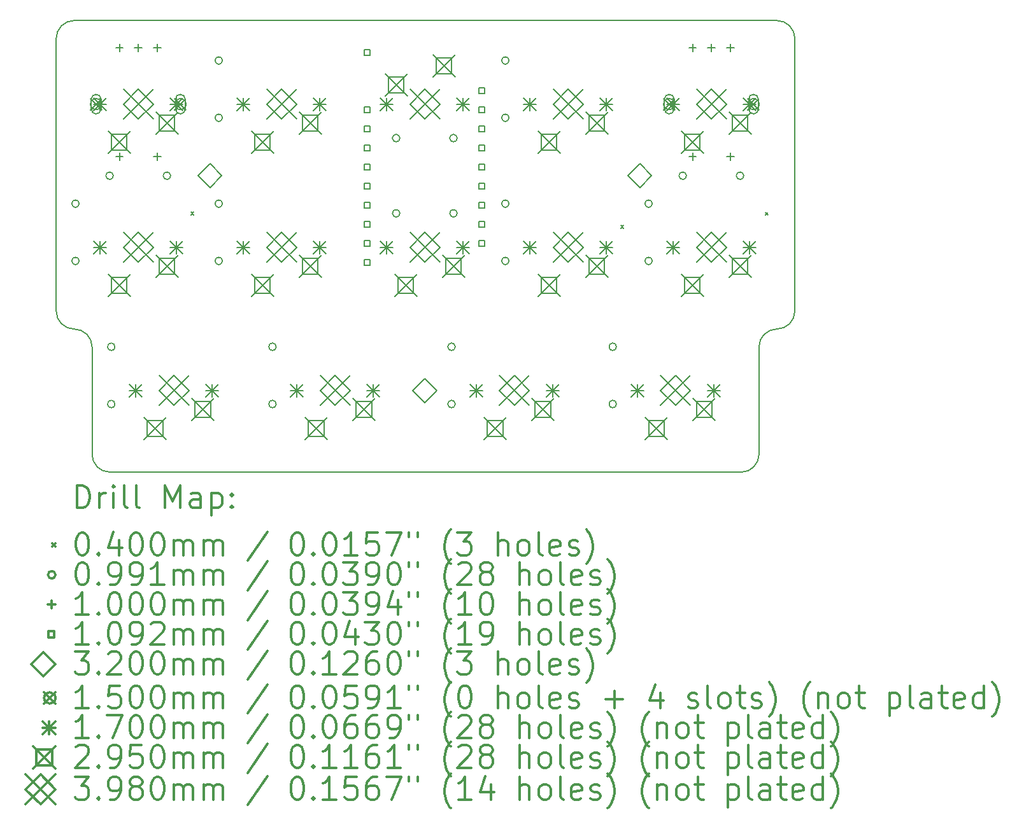
<source format=gbr>
%FSLAX45Y45*%
G04 Gerber Fmt 4.5, Leading zero omitted, Abs format (unit mm)*
G04 Created by KiCad (PCBNEW (5.1.10)-1) date 2021-10-22 01:43:48*
%MOMM*%
%LPD*%
G01*
G04 APERTURE LIST*
%TA.AperFunction,Profile*%
%ADD10C,0.200000*%
%TD*%
%ADD11C,0.200000*%
%ADD12C,0.300000*%
G04 APERTURE END LIST*
D10*
X19993100Y-13029400D02*
X19993100Y-11600650D01*
X11363800Y-13267500D02*
G75*
G02*
X11125700Y-13029400I0J238100D01*
G01*
X19993100Y-11600650D02*
G75*
G02*
X20231250Y-11362500I238150J0D01*
G01*
X11125700Y-11600650D02*
X11125700Y-13029400D01*
X10649400Y-11124350D02*
X10649400Y-7495600D01*
X10887500Y-7257500D02*
X20231300Y-7257500D01*
X20231300Y-7257500D02*
G75*
G02*
X20469400Y-7495600I0J-238100D01*
G01*
X10649400Y-7495600D02*
G75*
G02*
X10887500Y-7257500I238100J0D01*
G01*
X19993100Y-13029400D02*
G75*
G02*
X19755000Y-13267500I-238100J0D01*
G01*
X10887550Y-11362500D02*
G75*
G02*
X11125700Y-11600650I0J-238150D01*
G01*
X20469400Y-11124350D02*
G75*
G02*
X20231250Y-11362500I-238150J0D01*
G01*
X10887550Y-11362500D02*
G75*
G02*
X10649400Y-11124350I0J238150D01*
G01*
X11363800Y-13267500D02*
X19755000Y-13267500D01*
X20469400Y-11124350D02*
X20469400Y-7495600D01*
D11*
X12440000Y-9804500D02*
X12480000Y-9844500D01*
X12480000Y-9804500D02*
X12440000Y-9844500D01*
X18155000Y-9984000D02*
X18195000Y-10024000D01*
X18195000Y-9984000D02*
X18155000Y-10024000D01*
X20076000Y-9808500D02*
X20116000Y-9848500D01*
X20116000Y-9808500D02*
X20076000Y-9848500D01*
X10954530Y-9694000D02*
G75*
G03*
X10954530Y-9694000I-49530J0D01*
G01*
X10954530Y-10456000D02*
G75*
G03*
X10954530Y-10456000I-49530J0D01*
G01*
X11408530Y-9322500D02*
G75*
G03*
X11408530Y-9322500I-49530J0D01*
G01*
X11430780Y-11599000D02*
G75*
G03*
X11430780Y-11599000I-49530J0D01*
G01*
X11430780Y-12361000D02*
G75*
G03*
X11430780Y-12361000I-49530J0D01*
G01*
X12170530Y-9322500D02*
G75*
G03*
X12170530Y-9322500I-49530J0D01*
G01*
X12859530Y-7789000D02*
G75*
G03*
X12859530Y-7789000I-49530J0D01*
G01*
X12859530Y-8551000D02*
G75*
G03*
X12859530Y-8551000I-49530J0D01*
G01*
X12859530Y-9694000D02*
G75*
G03*
X12859530Y-9694000I-49530J0D01*
G01*
X12859530Y-10456000D02*
G75*
G03*
X12859530Y-10456000I-49530J0D01*
G01*
X13573905Y-11599000D02*
G75*
G03*
X13573905Y-11599000I-49530J0D01*
G01*
X13573905Y-12361000D02*
G75*
G03*
X13573905Y-12361000I-49530J0D01*
G01*
X15218530Y-8822500D02*
G75*
G03*
X15218530Y-8822500I-49530J0D01*
G01*
X15218530Y-9822500D02*
G75*
G03*
X15218530Y-9822500I-49530J0D01*
G01*
X15955155Y-11599000D02*
G75*
G03*
X15955155Y-11599000I-49530J0D01*
G01*
X15955155Y-12361000D02*
G75*
G03*
X15955155Y-12361000I-49530J0D01*
G01*
X15980530Y-8822500D02*
G75*
G03*
X15980530Y-8822500I-49530J0D01*
G01*
X15980530Y-9822500D02*
G75*
G03*
X15980530Y-9822500I-49530J0D01*
G01*
X16669530Y-7789000D02*
G75*
G03*
X16669530Y-7789000I-49530J0D01*
G01*
X16669530Y-8551000D02*
G75*
G03*
X16669530Y-8551000I-49530J0D01*
G01*
X16669530Y-9694000D02*
G75*
G03*
X16669530Y-9694000I-49530J0D01*
G01*
X16669530Y-10456000D02*
G75*
G03*
X16669530Y-10456000I-49530J0D01*
G01*
X18098280Y-11599000D02*
G75*
G03*
X18098280Y-11599000I-49530J0D01*
G01*
X18098280Y-12361000D02*
G75*
G03*
X18098280Y-12361000I-49530J0D01*
G01*
X18574530Y-9694000D02*
G75*
G03*
X18574530Y-9694000I-49530J0D01*
G01*
X18574530Y-10456000D02*
G75*
G03*
X18574530Y-10456000I-49530J0D01*
G01*
X19028530Y-9322500D02*
G75*
G03*
X19028530Y-9322500I-49530J0D01*
G01*
X19790530Y-9322500D02*
G75*
G03*
X19790530Y-9322500I-49530J0D01*
G01*
X11490000Y-7570000D02*
X11490000Y-7670000D01*
X11440000Y-7620000D02*
X11540000Y-7620000D01*
X11490000Y-9020000D02*
X11490000Y-9120000D01*
X11440000Y-9070000D02*
X11540000Y-9070000D01*
X11740000Y-7570000D02*
X11740000Y-7670000D01*
X11690000Y-7620000D02*
X11790000Y-7620000D01*
X11990000Y-7570000D02*
X11990000Y-7670000D01*
X11940000Y-7620000D02*
X12040000Y-7620000D01*
X11990000Y-9020000D02*
X11990000Y-9120000D01*
X11940000Y-9070000D02*
X12040000Y-9070000D01*
X19110000Y-7570000D02*
X19110000Y-7670000D01*
X19060000Y-7620000D02*
X19160000Y-7620000D01*
X19110000Y-9020000D02*
X19110000Y-9120000D01*
X19060000Y-9070000D02*
X19160000Y-9070000D01*
X19360000Y-7570000D02*
X19360000Y-7670000D01*
X19310000Y-7620000D02*
X19410000Y-7620000D01*
X19610000Y-7570000D02*
X19610000Y-7670000D01*
X19560000Y-7620000D02*
X19660000Y-7620000D01*
X19610000Y-9020000D02*
X19610000Y-9120000D01*
X19560000Y-9070000D02*
X19660000Y-9070000D01*
X14822865Y-7724115D02*
X14822865Y-7646884D01*
X14745634Y-7646884D01*
X14745634Y-7724115D01*
X14822865Y-7724115D01*
X14822865Y-8486116D02*
X14822865Y-8408885D01*
X14745634Y-8408885D01*
X14745634Y-8486116D01*
X14822865Y-8486116D01*
X14822865Y-8740116D02*
X14822865Y-8662885D01*
X14745634Y-8662885D01*
X14745634Y-8740116D01*
X14822865Y-8740116D01*
X14822865Y-8994116D02*
X14822865Y-8916885D01*
X14745634Y-8916885D01*
X14745634Y-8994116D01*
X14822865Y-8994116D01*
X14822865Y-9248116D02*
X14822865Y-9170885D01*
X14745634Y-9170885D01*
X14745634Y-9248116D01*
X14822865Y-9248116D01*
X14822865Y-9502116D02*
X14822865Y-9424885D01*
X14745634Y-9424885D01*
X14745634Y-9502116D01*
X14822865Y-9502116D01*
X14822865Y-9756116D02*
X14822865Y-9678885D01*
X14745634Y-9678885D01*
X14745634Y-9756116D01*
X14822865Y-9756116D01*
X14822865Y-10010116D02*
X14822865Y-9932885D01*
X14745634Y-9932885D01*
X14745634Y-10010116D01*
X14822865Y-10010116D01*
X14822865Y-10264116D02*
X14822865Y-10186885D01*
X14745634Y-10186885D01*
X14745634Y-10264116D01*
X14822865Y-10264116D01*
X14822865Y-10518116D02*
X14822865Y-10440885D01*
X14745634Y-10440885D01*
X14745634Y-10518116D01*
X14822865Y-10518116D01*
X16346865Y-8232115D02*
X16346865Y-8154884D01*
X16269634Y-8154884D01*
X16269634Y-8232115D01*
X16346865Y-8232115D01*
X16346865Y-8486116D02*
X16346865Y-8408885D01*
X16269634Y-8408885D01*
X16269634Y-8486116D01*
X16346865Y-8486116D01*
X16346865Y-8740116D02*
X16346865Y-8662885D01*
X16269634Y-8662885D01*
X16269634Y-8740116D01*
X16346865Y-8740116D01*
X16346865Y-8994116D02*
X16346865Y-8916885D01*
X16269634Y-8916885D01*
X16269634Y-8994116D01*
X16346865Y-8994116D01*
X16346865Y-9248116D02*
X16346865Y-9170885D01*
X16269634Y-9170885D01*
X16269634Y-9248116D01*
X16346865Y-9248116D01*
X16346865Y-9502116D02*
X16346865Y-9424885D01*
X16269634Y-9424885D01*
X16269634Y-9502116D01*
X16346865Y-9502116D01*
X16346865Y-9756116D02*
X16346865Y-9678885D01*
X16269634Y-9678885D01*
X16269634Y-9756116D01*
X16346865Y-9756116D01*
X16346865Y-10010116D02*
X16346865Y-9932885D01*
X16269634Y-9932885D01*
X16269634Y-10010116D01*
X16346865Y-10010116D01*
X16346865Y-10264116D02*
X16346865Y-10186885D01*
X16269634Y-10186885D01*
X16269634Y-10264116D01*
X16346865Y-10264116D01*
X12692500Y-9482500D02*
X12852500Y-9322500D01*
X12692500Y-9162500D01*
X12532500Y-9322500D01*
X12692500Y-9482500D01*
X15550000Y-12340000D02*
X15710000Y-12180000D01*
X15550000Y-12020000D01*
X15390000Y-12180000D01*
X15550000Y-12340000D01*
X18407500Y-9482500D02*
X18567500Y-9322500D01*
X18407500Y-9162500D01*
X18247500Y-9322500D01*
X18407500Y-9482500D01*
X11105000Y-8295000D02*
X11255000Y-8445000D01*
X11255000Y-8295000D02*
X11105000Y-8445000D01*
X11255000Y-8370000D02*
G75*
G03*
X11255000Y-8370000I-75000J0D01*
G01*
X11115000Y-8305000D02*
X11115000Y-8435000D01*
X11245000Y-8305000D02*
X11245000Y-8435000D01*
X11115000Y-8435000D02*
G75*
G03*
X11245000Y-8435000I65000J0D01*
G01*
X11245000Y-8305000D02*
G75*
G03*
X11115000Y-8305000I-65000J0D01*
G01*
X12225000Y-8295000D02*
X12375000Y-8445000D01*
X12375000Y-8295000D02*
X12225000Y-8445000D01*
X12375000Y-8370000D02*
G75*
G03*
X12375000Y-8370000I-75000J0D01*
G01*
X12235000Y-8305000D02*
X12235000Y-8435000D01*
X12365000Y-8305000D02*
X12365000Y-8435000D01*
X12235000Y-8435000D02*
G75*
G03*
X12365000Y-8435000I65000J0D01*
G01*
X12365000Y-8305000D02*
G75*
G03*
X12235000Y-8305000I-65000J0D01*
G01*
X18725000Y-8295000D02*
X18875000Y-8445000D01*
X18875000Y-8295000D02*
X18725000Y-8445000D01*
X18875000Y-8370000D02*
G75*
G03*
X18875000Y-8370000I-75000J0D01*
G01*
X18735000Y-8305000D02*
X18735000Y-8435000D01*
X18865000Y-8305000D02*
X18865000Y-8435000D01*
X18735000Y-8435000D02*
G75*
G03*
X18865000Y-8435000I65000J0D01*
G01*
X18865000Y-8305000D02*
G75*
G03*
X18735000Y-8305000I-65000J0D01*
G01*
X19845000Y-8295000D02*
X19995000Y-8445000D01*
X19995000Y-8295000D02*
X19845000Y-8445000D01*
X19995000Y-8370000D02*
G75*
G03*
X19995000Y-8370000I-75000J0D01*
G01*
X19855000Y-8305000D02*
X19855000Y-8435000D01*
X19985000Y-8305000D02*
X19985000Y-8435000D01*
X19855000Y-8435000D02*
G75*
G03*
X19985000Y-8435000I65000J0D01*
G01*
X19985000Y-8305000D02*
G75*
G03*
X19855000Y-8305000I-65000J0D01*
G01*
X11147000Y-8285000D02*
X11317000Y-8455000D01*
X11317000Y-8285000D02*
X11147000Y-8455000D01*
X11232000Y-8285000D02*
X11232000Y-8455000D01*
X11147000Y-8370000D02*
X11317000Y-8370000D01*
X11147000Y-10190000D02*
X11317000Y-10360000D01*
X11317000Y-10190000D02*
X11147000Y-10360000D01*
X11232000Y-10190000D02*
X11232000Y-10360000D01*
X11147000Y-10275000D02*
X11317000Y-10275000D01*
X11623250Y-12095000D02*
X11793250Y-12265000D01*
X11793250Y-12095000D02*
X11623250Y-12265000D01*
X11708250Y-12095000D02*
X11708250Y-12265000D01*
X11623250Y-12180000D02*
X11793250Y-12180000D01*
X12163000Y-8285000D02*
X12333000Y-8455000D01*
X12333000Y-8285000D02*
X12163000Y-8455000D01*
X12248000Y-8285000D02*
X12248000Y-8455000D01*
X12163000Y-8370000D02*
X12333000Y-8370000D01*
X12163000Y-10190000D02*
X12333000Y-10360000D01*
X12333000Y-10190000D02*
X12163000Y-10360000D01*
X12248000Y-10190000D02*
X12248000Y-10360000D01*
X12163000Y-10275000D02*
X12333000Y-10275000D01*
X12639250Y-12095000D02*
X12809250Y-12265000D01*
X12809250Y-12095000D02*
X12639250Y-12265000D01*
X12724250Y-12095000D02*
X12724250Y-12265000D01*
X12639250Y-12180000D02*
X12809250Y-12180000D01*
X13052000Y-8285000D02*
X13222000Y-8455000D01*
X13222000Y-8285000D02*
X13052000Y-8455000D01*
X13137000Y-8285000D02*
X13137000Y-8455000D01*
X13052000Y-8370000D02*
X13222000Y-8370000D01*
X13052000Y-10190000D02*
X13222000Y-10360000D01*
X13222000Y-10190000D02*
X13052000Y-10360000D01*
X13137000Y-10190000D02*
X13137000Y-10360000D01*
X13052000Y-10275000D02*
X13222000Y-10275000D01*
X13766375Y-12095000D02*
X13936375Y-12265000D01*
X13936375Y-12095000D02*
X13766375Y-12265000D01*
X13851375Y-12095000D02*
X13851375Y-12265000D01*
X13766375Y-12180000D02*
X13936375Y-12180000D01*
X14068000Y-8285000D02*
X14238000Y-8455000D01*
X14238000Y-8285000D02*
X14068000Y-8455000D01*
X14153000Y-8285000D02*
X14153000Y-8455000D01*
X14068000Y-8370000D02*
X14238000Y-8370000D01*
X14068000Y-10190000D02*
X14238000Y-10360000D01*
X14238000Y-10190000D02*
X14068000Y-10360000D01*
X14153000Y-10190000D02*
X14153000Y-10360000D01*
X14068000Y-10275000D02*
X14238000Y-10275000D01*
X14782375Y-12095000D02*
X14952375Y-12265000D01*
X14952375Y-12095000D02*
X14782375Y-12265000D01*
X14867375Y-12095000D02*
X14867375Y-12265000D01*
X14782375Y-12180000D02*
X14952375Y-12180000D01*
X14957000Y-8285000D02*
X15127000Y-8455000D01*
X15127000Y-8285000D02*
X14957000Y-8455000D01*
X15042000Y-8285000D02*
X15042000Y-8455000D01*
X14957000Y-8370000D02*
X15127000Y-8370000D01*
X14957000Y-10190000D02*
X15127000Y-10360000D01*
X15127000Y-10190000D02*
X14957000Y-10360000D01*
X15042000Y-10190000D02*
X15042000Y-10360000D01*
X14957000Y-10275000D02*
X15127000Y-10275000D01*
X15973000Y-8285000D02*
X16143000Y-8455000D01*
X16143000Y-8285000D02*
X15973000Y-8455000D01*
X16058000Y-8285000D02*
X16058000Y-8455000D01*
X15973000Y-8370000D02*
X16143000Y-8370000D01*
X15973000Y-10190000D02*
X16143000Y-10360000D01*
X16143000Y-10190000D02*
X15973000Y-10360000D01*
X16058000Y-10190000D02*
X16058000Y-10360000D01*
X15973000Y-10275000D02*
X16143000Y-10275000D01*
X16147625Y-12095000D02*
X16317625Y-12265000D01*
X16317625Y-12095000D02*
X16147625Y-12265000D01*
X16232625Y-12095000D02*
X16232625Y-12265000D01*
X16147625Y-12180000D02*
X16317625Y-12180000D01*
X16862000Y-8285000D02*
X17032000Y-8455000D01*
X17032000Y-8285000D02*
X16862000Y-8455000D01*
X16947000Y-8285000D02*
X16947000Y-8455000D01*
X16862000Y-8370000D02*
X17032000Y-8370000D01*
X16862000Y-10190000D02*
X17032000Y-10360000D01*
X17032000Y-10190000D02*
X16862000Y-10360000D01*
X16947000Y-10190000D02*
X16947000Y-10360000D01*
X16862000Y-10275000D02*
X17032000Y-10275000D01*
X17163625Y-12095000D02*
X17333625Y-12265000D01*
X17333625Y-12095000D02*
X17163625Y-12265000D01*
X17248625Y-12095000D02*
X17248625Y-12265000D01*
X17163625Y-12180000D02*
X17333625Y-12180000D01*
X17878000Y-8285000D02*
X18048000Y-8455000D01*
X18048000Y-8285000D02*
X17878000Y-8455000D01*
X17963000Y-8285000D02*
X17963000Y-8455000D01*
X17878000Y-8370000D02*
X18048000Y-8370000D01*
X17878000Y-10190000D02*
X18048000Y-10360000D01*
X18048000Y-10190000D02*
X17878000Y-10360000D01*
X17963000Y-10190000D02*
X17963000Y-10360000D01*
X17878000Y-10275000D02*
X18048000Y-10275000D01*
X18290750Y-12095000D02*
X18460750Y-12265000D01*
X18460750Y-12095000D02*
X18290750Y-12265000D01*
X18375750Y-12095000D02*
X18375750Y-12265000D01*
X18290750Y-12180000D02*
X18460750Y-12180000D01*
X18767000Y-8285000D02*
X18937000Y-8455000D01*
X18937000Y-8285000D02*
X18767000Y-8455000D01*
X18852000Y-8285000D02*
X18852000Y-8455000D01*
X18767000Y-8370000D02*
X18937000Y-8370000D01*
X18767000Y-10190000D02*
X18937000Y-10360000D01*
X18937000Y-10190000D02*
X18767000Y-10360000D01*
X18852000Y-10190000D02*
X18852000Y-10360000D01*
X18767000Y-10275000D02*
X18937000Y-10275000D01*
X19306750Y-12095000D02*
X19476750Y-12265000D01*
X19476750Y-12095000D02*
X19306750Y-12265000D01*
X19391750Y-12095000D02*
X19391750Y-12265000D01*
X19306750Y-12180000D02*
X19476750Y-12180000D01*
X19783000Y-8285000D02*
X19953000Y-8455000D01*
X19953000Y-8285000D02*
X19783000Y-8455000D01*
X19868000Y-8285000D02*
X19868000Y-8455000D01*
X19783000Y-8370000D02*
X19953000Y-8370000D01*
X19783000Y-10190000D02*
X19953000Y-10360000D01*
X19953000Y-10190000D02*
X19783000Y-10360000D01*
X19868000Y-10190000D02*
X19868000Y-10360000D01*
X19783000Y-10275000D02*
X19953000Y-10275000D01*
X11338500Y-8730500D02*
X11633500Y-9025500D01*
X11633500Y-8730500D02*
X11338500Y-9025500D01*
X11590299Y-8982299D02*
X11590299Y-8773701D01*
X11381701Y-8773701D01*
X11381701Y-8982299D01*
X11590299Y-8982299D01*
X11338500Y-10635500D02*
X11633500Y-10930500D01*
X11633500Y-10635500D02*
X11338500Y-10930500D01*
X11590299Y-10887299D02*
X11590299Y-10678701D01*
X11381701Y-10678701D01*
X11381701Y-10887299D01*
X11590299Y-10887299D01*
X11814750Y-12540500D02*
X12109750Y-12835500D01*
X12109750Y-12540500D02*
X11814750Y-12835500D01*
X12066549Y-12792299D02*
X12066549Y-12583701D01*
X11857951Y-12583701D01*
X11857951Y-12792299D01*
X12066549Y-12792299D01*
X11973500Y-8476500D02*
X12268500Y-8771500D01*
X12268500Y-8476500D02*
X11973500Y-8771500D01*
X12225299Y-8728299D02*
X12225299Y-8519701D01*
X12016701Y-8519701D01*
X12016701Y-8728299D01*
X12225299Y-8728299D01*
X11973500Y-10381500D02*
X12268500Y-10676500D01*
X12268500Y-10381500D02*
X11973500Y-10676500D01*
X12225299Y-10633299D02*
X12225299Y-10424701D01*
X12016701Y-10424701D01*
X12016701Y-10633299D01*
X12225299Y-10633299D01*
X12449750Y-12286500D02*
X12744750Y-12581500D01*
X12744750Y-12286500D02*
X12449750Y-12581500D01*
X12701549Y-12538299D02*
X12701549Y-12329701D01*
X12492951Y-12329701D01*
X12492951Y-12538299D01*
X12701549Y-12538299D01*
X13243500Y-8730500D02*
X13538500Y-9025500D01*
X13538500Y-8730500D02*
X13243500Y-9025500D01*
X13495299Y-8982299D02*
X13495299Y-8773701D01*
X13286701Y-8773701D01*
X13286701Y-8982299D01*
X13495299Y-8982299D01*
X13243500Y-10635500D02*
X13538500Y-10930500D01*
X13538500Y-10635500D02*
X13243500Y-10930500D01*
X13495299Y-10887299D02*
X13495299Y-10678701D01*
X13286701Y-10678701D01*
X13286701Y-10887299D01*
X13495299Y-10887299D01*
X13878500Y-8476500D02*
X14173500Y-8771500D01*
X14173500Y-8476500D02*
X13878500Y-8771500D01*
X14130299Y-8728299D02*
X14130299Y-8519701D01*
X13921701Y-8519701D01*
X13921701Y-8728299D01*
X14130299Y-8728299D01*
X13878500Y-10381500D02*
X14173500Y-10676500D01*
X14173500Y-10381500D02*
X13878500Y-10676500D01*
X14130299Y-10633299D02*
X14130299Y-10424701D01*
X13921701Y-10424701D01*
X13921701Y-10633299D01*
X14130299Y-10633299D01*
X13957875Y-12540500D02*
X14252875Y-12835500D01*
X14252875Y-12540500D02*
X13957875Y-12835500D01*
X14209674Y-12792299D02*
X14209674Y-12583701D01*
X14001076Y-12583701D01*
X14001076Y-12792299D01*
X14209674Y-12792299D01*
X14592875Y-12286500D02*
X14887875Y-12581500D01*
X14887875Y-12286500D02*
X14592875Y-12581500D01*
X14844674Y-12538299D02*
X14844674Y-12329701D01*
X14636076Y-12329701D01*
X14636076Y-12538299D01*
X14844674Y-12538299D01*
X15021500Y-7968500D02*
X15316500Y-8263500D01*
X15316500Y-7968500D02*
X15021500Y-8263500D01*
X15273299Y-8220299D02*
X15273299Y-8011701D01*
X15064701Y-8011701D01*
X15064701Y-8220299D01*
X15273299Y-8220299D01*
X15148500Y-10635500D02*
X15443500Y-10930500D01*
X15443500Y-10635500D02*
X15148500Y-10930500D01*
X15400299Y-10887299D02*
X15400299Y-10678701D01*
X15191701Y-10678701D01*
X15191701Y-10887299D01*
X15400299Y-10887299D01*
X15656500Y-7714500D02*
X15951500Y-8009500D01*
X15951500Y-7714500D02*
X15656500Y-8009500D01*
X15908299Y-7966299D02*
X15908299Y-7757701D01*
X15699701Y-7757701D01*
X15699701Y-7966299D01*
X15908299Y-7966299D01*
X15783500Y-10381500D02*
X16078500Y-10676500D01*
X16078500Y-10381500D02*
X15783500Y-10676500D01*
X16035299Y-10633299D02*
X16035299Y-10424701D01*
X15826701Y-10424701D01*
X15826701Y-10633299D01*
X16035299Y-10633299D01*
X16339125Y-12540500D02*
X16634125Y-12835500D01*
X16634125Y-12540500D02*
X16339125Y-12835500D01*
X16590924Y-12792299D02*
X16590924Y-12583701D01*
X16382326Y-12583701D01*
X16382326Y-12792299D01*
X16590924Y-12792299D01*
X16974125Y-12286500D02*
X17269125Y-12581500D01*
X17269125Y-12286500D02*
X16974125Y-12581500D01*
X17225924Y-12538299D02*
X17225924Y-12329701D01*
X17017326Y-12329701D01*
X17017326Y-12538299D01*
X17225924Y-12538299D01*
X17053500Y-8730500D02*
X17348500Y-9025500D01*
X17348500Y-8730500D02*
X17053500Y-9025500D01*
X17305299Y-8982299D02*
X17305299Y-8773701D01*
X17096701Y-8773701D01*
X17096701Y-8982299D01*
X17305299Y-8982299D01*
X17053500Y-10635500D02*
X17348500Y-10930500D01*
X17348500Y-10635500D02*
X17053500Y-10930500D01*
X17305299Y-10887299D02*
X17305299Y-10678701D01*
X17096701Y-10678701D01*
X17096701Y-10887299D01*
X17305299Y-10887299D01*
X17688500Y-8476500D02*
X17983500Y-8771500D01*
X17983500Y-8476500D02*
X17688500Y-8771500D01*
X17940299Y-8728299D02*
X17940299Y-8519701D01*
X17731701Y-8519701D01*
X17731701Y-8728299D01*
X17940299Y-8728299D01*
X17688500Y-10381500D02*
X17983500Y-10676500D01*
X17983500Y-10381500D02*
X17688500Y-10676500D01*
X17940299Y-10633299D02*
X17940299Y-10424701D01*
X17731701Y-10424701D01*
X17731701Y-10633299D01*
X17940299Y-10633299D01*
X18482250Y-12540500D02*
X18777250Y-12835500D01*
X18777250Y-12540500D02*
X18482250Y-12835500D01*
X18734049Y-12792299D02*
X18734049Y-12583701D01*
X18525451Y-12583701D01*
X18525451Y-12792299D01*
X18734049Y-12792299D01*
X18958500Y-8730500D02*
X19253500Y-9025500D01*
X19253500Y-8730500D02*
X18958500Y-9025500D01*
X19210299Y-8982299D02*
X19210299Y-8773701D01*
X19001701Y-8773701D01*
X19001701Y-8982299D01*
X19210299Y-8982299D01*
X18958500Y-10635500D02*
X19253500Y-10930500D01*
X19253500Y-10635500D02*
X18958500Y-10930500D01*
X19210299Y-10887299D02*
X19210299Y-10678701D01*
X19001701Y-10678701D01*
X19001701Y-10887299D01*
X19210299Y-10887299D01*
X19117250Y-12286500D02*
X19412250Y-12581500D01*
X19412250Y-12286500D02*
X19117250Y-12581500D01*
X19369049Y-12538299D02*
X19369049Y-12329701D01*
X19160451Y-12329701D01*
X19160451Y-12538299D01*
X19369049Y-12538299D01*
X19593500Y-8476500D02*
X19888500Y-8771500D01*
X19888500Y-8476500D02*
X19593500Y-8771500D01*
X19845299Y-8728299D02*
X19845299Y-8519701D01*
X19636701Y-8519701D01*
X19636701Y-8728299D01*
X19845299Y-8728299D01*
X19593500Y-10381500D02*
X19888500Y-10676500D01*
X19888500Y-10381500D02*
X19593500Y-10676500D01*
X19845299Y-10633299D02*
X19845299Y-10424701D01*
X19636701Y-10424701D01*
X19636701Y-10633299D01*
X19845299Y-10633299D01*
X11540991Y-8170991D02*
X11939009Y-8569009D01*
X11939009Y-8170991D02*
X11540991Y-8569009D01*
X11740000Y-8569009D02*
X11939009Y-8370000D01*
X11740000Y-8170991D01*
X11540991Y-8370000D01*
X11740000Y-8569009D01*
X11540991Y-10075991D02*
X11939009Y-10474009D01*
X11939009Y-10075991D02*
X11540991Y-10474009D01*
X11740000Y-10474009D02*
X11939009Y-10275000D01*
X11740000Y-10075991D01*
X11540991Y-10275000D01*
X11740000Y-10474009D01*
X12017241Y-11980991D02*
X12415259Y-12379009D01*
X12415259Y-11980991D02*
X12017241Y-12379009D01*
X12216250Y-12379009D02*
X12415259Y-12180000D01*
X12216250Y-11980991D01*
X12017241Y-12180000D01*
X12216250Y-12379009D01*
X13445991Y-8170991D02*
X13844009Y-8569009D01*
X13844009Y-8170991D02*
X13445991Y-8569009D01*
X13645000Y-8569009D02*
X13844009Y-8370000D01*
X13645000Y-8170991D01*
X13445991Y-8370000D01*
X13645000Y-8569009D01*
X13445991Y-10075991D02*
X13844009Y-10474009D01*
X13844009Y-10075991D02*
X13445991Y-10474009D01*
X13645000Y-10474009D02*
X13844009Y-10275000D01*
X13645000Y-10075991D01*
X13445991Y-10275000D01*
X13645000Y-10474009D01*
X14160366Y-11980991D02*
X14558384Y-12379009D01*
X14558384Y-11980991D02*
X14160366Y-12379009D01*
X14359375Y-12379009D02*
X14558384Y-12180000D01*
X14359375Y-11980991D01*
X14160366Y-12180000D01*
X14359375Y-12379009D01*
X15350991Y-8170991D02*
X15749009Y-8569009D01*
X15749009Y-8170991D02*
X15350991Y-8569009D01*
X15550000Y-8569009D02*
X15749009Y-8370000D01*
X15550000Y-8170991D01*
X15350991Y-8370000D01*
X15550000Y-8569009D01*
X15350991Y-10075991D02*
X15749009Y-10474009D01*
X15749009Y-10075991D02*
X15350991Y-10474009D01*
X15550000Y-10474009D02*
X15749009Y-10275000D01*
X15550000Y-10075991D01*
X15350991Y-10275000D01*
X15550000Y-10474009D01*
X16541616Y-11980991D02*
X16939634Y-12379009D01*
X16939634Y-11980991D02*
X16541616Y-12379009D01*
X16740625Y-12379009D02*
X16939634Y-12180000D01*
X16740625Y-11980991D01*
X16541616Y-12180000D01*
X16740625Y-12379009D01*
X17255991Y-8170991D02*
X17654009Y-8569009D01*
X17654009Y-8170991D02*
X17255991Y-8569009D01*
X17455000Y-8569009D02*
X17654009Y-8370000D01*
X17455000Y-8170991D01*
X17255991Y-8370000D01*
X17455000Y-8569009D01*
X17255991Y-10075991D02*
X17654009Y-10474009D01*
X17654009Y-10075991D02*
X17255991Y-10474009D01*
X17455000Y-10474009D02*
X17654009Y-10275000D01*
X17455000Y-10075991D01*
X17255991Y-10275000D01*
X17455000Y-10474009D01*
X18684741Y-11980991D02*
X19082759Y-12379009D01*
X19082759Y-11980991D02*
X18684741Y-12379009D01*
X18883750Y-12379009D02*
X19082759Y-12180000D01*
X18883750Y-11980991D01*
X18684741Y-12180000D01*
X18883750Y-12379009D01*
X19160991Y-8170991D02*
X19559009Y-8569009D01*
X19559009Y-8170991D02*
X19160991Y-8569009D01*
X19360000Y-8569009D02*
X19559009Y-8370000D01*
X19360000Y-8170991D01*
X19160991Y-8370000D01*
X19360000Y-8569009D01*
X19160991Y-10075991D02*
X19559009Y-10474009D01*
X19559009Y-10075991D02*
X19160991Y-10474009D01*
X19360000Y-10474009D02*
X19559009Y-10275000D01*
X19360000Y-10075991D01*
X19160991Y-10275000D01*
X19360000Y-10474009D01*
D12*
X10925828Y-13743214D02*
X10925828Y-13443214D01*
X10997257Y-13443214D01*
X11040114Y-13457500D01*
X11068686Y-13486072D01*
X11082971Y-13514643D01*
X11097257Y-13571786D01*
X11097257Y-13614643D01*
X11082971Y-13671786D01*
X11068686Y-13700357D01*
X11040114Y-13728929D01*
X10997257Y-13743214D01*
X10925828Y-13743214D01*
X11225828Y-13743214D02*
X11225828Y-13543214D01*
X11225828Y-13600357D02*
X11240114Y-13571786D01*
X11254400Y-13557500D01*
X11282971Y-13543214D01*
X11311543Y-13543214D01*
X11411543Y-13743214D02*
X11411543Y-13543214D01*
X11411543Y-13443214D02*
X11397257Y-13457500D01*
X11411543Y-13471786D01*
X11425828Y-13457500D01*
X11411543Y-13443214D01*
X11411543Y-13471786D01*
X11597257Y-13743214D02*
X11568686Y-13728929D01*
X11554400Y-13700357D01*
X11554400Y-13443214D01*
X11754400Y-13743214D02*
X11725828Y-13728929D01*
X11711543Y-13700357D01*
X11711543Y-13443214D01*
X12097257Y-13743214D02*
X12097257Y-13443214D01*
X12197257Y-13657500D01*
X12297257Y-13443214D01*
X12297257Y-13743214D01*
X12568686Y-13743214D02*
X12568686Y-13586072D01*
X12554400Y-13557500D01*
X12525828Y-13543214D01*
X12468686Y-13543214D01*
X12440114Y-13557500D01*
X12568686Y-13728929D02*
X12540114Y-13743214D01*
X12468686Y-13743214D01*
X12440114Y-13728929D01*
X12425828Y-13700357D01*
X12425828Y-13671786D01*
X12440114Y-13643214D01*
X12468686Y-13628929D01*
X12540114Y-13628929D01*
X12568686Y-13614643D01*
X12711543Y-13543214D02*
X12711543Y-13843214D01*
X12711543Y-13557500D02*
X12740114Y-13543214D01*
X12797257Y-13543214D01*
X12825828Y-13557500D01*
X12840114Y-13571786D01*
X12854400Y-13600357D01*
X12854400Y-13686072D01*
X12840114Y-13714643D01*
X12825828Y-13728929D01*
X12797257Y-13743214D01*
X12740114Y-13743214D01*
X12711543Y-13728929D01*
X12982971Y-13714643D02*
X12997257Y-13728929D01*
X12982971Y-13743214D01*
X12968686Y-13728929D01*
X12982971Y-13714643D01*
X12982971Y-13743214D01*
X12982971Y-13557500D02*
X12997257Y-13571786D01*
X12982971Y-13586072D01*
X12968686Y-13571786D01*
X12982971Y-13557500D01*
X12982971Y-13586072D01*
X10599400Y-14217500D02*
X10639400Y-14257500D01*
X10639400Y-14217500D02*
X10599400Y-14257500D01*
X10982971Y-14073214D02*
X11011543Y-14073214D01*
X11040114Y-14087500D01*
X11054400Y-14101786D01*
X11068686Y-14130357D01*
X11082971Y-14187500D01*
X11082971Y-14258929D01*
X11068686Y-14316072D01*
X11054400Y-14344643D01*
X11040114Y-14358929D01*
X11011543Y-14373214D01*
X10982971Y-14373214D01*
X10954400Y-14358929D01*
X10940114Y-14344643D01*
X10925828Y-14316072D01*
X10911543Y-14258929D01*
X10911543Y-14187500D01*
X10925828Y-14130357D01*
X10940114Y-14101786D01*
X10954400Y-14087500D01*
X10982971Y-14073214D01*
X11211543Y-14344643D02*
X11225828Y-14358929D01*
X11211543Y-14373214D01*
X11197257Y-14358929D01*
X11211543Y-14344643D01*
X11211543Y-14373214D01*
X11482971Y-14173214D02*
X11482971Y-14373214D01*
X11411543Y-14058929D02*
X11340114Y-14273214D01*
X11525828Y-14273214D01*
X11697257Y-14073214D02*
X11725828Y-14073214D01*
X11754400Y-14087500D01*
X11768686Y-14101786D01*
X11782971Y-14130357D01*
X11797257Y-14187500D01*
X11797257Y-14258929D01*
X11782971Y-14316072D01*
X11768686Y-14344643D01*
X11754400Y-14358929D01*
X11725828Y-14373214D01*
X11697257Y-14373214D01*
X11668686Y-14358929D01*
X11654400Y-14344643D01*
X11640114Y-14316072D01*
X11625828Y-14258929D01*
X11625828Y-14187500D01*
X11640114Y-14130357D01*
X11654400Y-14101786D01*
X11668686Y-14087500D01*
X11697257Y-14073214D01*
X11982971Y-14073214D02*
X12011543Y-14073214D01*
X12040114Y-14087500D01*
X12054400Y-14101786D01*
X12068686Y-14130357D01*
X12082971Y-14187500D01*
X12082971Y-14258929D01*
X12068686Y-14316072D01*
X12054400Y-14344643D01*
X12040114Y-14358929D01*
X12011543Y-14373214D01*
X11982971Y-14373214D01*
X11954400Y-14358929D01*
X11940114Y-14344643D01*
X11925828Y-14316072D01*
X11911543Y-14258929D01*
X11911543Y-14187500D01*
X11925828Y-14130357D01*
X11940114Y-14101786D01*
X11954400Y-14087500D01*
X11982971Y-14073214D01*
X12211543Y-14373214D02*
X12211543Y-14173214D01*
X12211543Y-14201786D02*
X12225828Y-14187500D01*
X12254400Y-14173214D01*
X12297257Y-14173214D01*
X12325828Y-14187500D01*
X12340114Y-14216072D01*
X12340114Y-14373214D01*
X12340114Y-14216072D02*
X12354400Y-14187500D01*
X12382971Y-14173214D01*
X12425828Y-14173214D01*
X12454400Y-14187500D01*
X12468686Y-14216072D01*
X12468686Y-14373214D01*
X12611543Y-14373214D02*
X12611543Y-14173214D01*
X12611543Y-14201786D02*
X12625828Y-14187500D01*
X12654400Y-14173214D01*
X12697257Y-14173214D01*
X12725828Y-14187500D01*
X12740114Y-14216072D01*
X12740114Y-14373214D01*
X12740114Y-14216072D02*
X12754400Y-14187500D01*
X12782971Y-14173214D01*
X12825828Y-14173214D01*
X12854400Y-14187500D01*
X12868686Y-14216072D01*
X12868686Y-14373214D01*
X13454400Y-14058929D02*
X13197257Y-14444643D01*
X13840114Y-14073214D02*
X13868686Y-14073214D01*
X13897257Y-14087500D01*
X13911543Y-14101786D01*
X13925828Y-14130357D01*
X13940114Y-14187500D01*
X13940114Y-14258929D01*
X13925828Y-14316072D01*
X13911543Y-14344643D01*
X13897257Y-14358929D01*
X13868686Y-14373214D01*
X13840114Y-14373214D01*
X13811543Y-14358929D01*
X13797257Y-14344643D01*
X13782971Y-14316072D01*
X13768686Y-14258929D01*
X13768686Y-14187500D01*
X13782971Y-14130357D01*
X13797257Y-14101786D01*
X13811543Y-14087500D01*
X13840114Y-14073214D01*
X14068686Y-14344643D02*
X14082971Y-14358929D01*
X14068686Y-14373214D01*
X14054400Y-14358929D01*
X14068686Y-14344643D01*
X14068686Y-14373214D01*
X14268686Y-14073214D02*
X14297257Y-14073214D01*
X14325828Y-14087500D01*
X14340114Y-14101786D01*
X14354400Y-14130357D01*
X14368686Y-14187500D01*
X14368686Y-14258929D01*
X14354400Y-14316072D01*
X14340114Y-14344643D01*
X14325828Y-14358929D01*
X14297257Y-14373214D01*
X14268686Y-14373214D01*
X14240114Y-14358929D01*
X14225828Y-14344643D01*
X14211543Y-14316072D01*
X14197257Y-14258929D01*
X14197257Y-14187500D01*
X14211543Y-14130357D01*
X14225828Y-14101786D01*
X14240114Y-14087500D01*
X14268686Y-14073214D01*
X14654400Y-14373214D02*
X14482971Y-14373214D01*
X14568686Y-14373214D02*
X14568686Y-14073214D01*
X14540114Y-14116072D01*
X14511543Y-14144643D01*
X14482971Y-14158929D01*
X14925828Y-14073214D02*
X14782971Y-14073214D01*
X14768686Y-14216072D01*
X14782971Y-14201786D01*
X14811543Y-14187500D01*
X14882971Y-14187500D01*
X14911543Y-14201786D01*
X14925828Y-14216072D01*
X14940114Y-14244643D01*
X14940114Y-14316072D01*
X14925828Y-14344643D01*
X14911543Y-14358929D01*
X14882971Y-14373214D01*
X14811543Y-14373214D01*
X14782971Y-14358929D01*
X14768686Y-14344643D01*
X15040114Y-14073214D02*
X15240114Y-14073214D01*
X15111543Y-14373214D01*
X15340114Y-14073214D02*
X15340114Y-14130357D01*
X15454400Y-14073214D02*
X15454400Y-14130357D01*
X15897257Y-14487500D02*
X15882971Y-14473214D01*
X15854400Y-14430357D01*
X15840114Y-14401786D01*
X15825828Y-14358929D01*
X15811543Y-14287500D01*
X15811543Y-14230357D01*
X15825828Y-14158929D01*
X15840114Y-14116072D01*
X15854400Y-14087500D01*
X15882971Y-14044643D01*
X15897257Y-14030357D01*
X15982971Y-14073214D02*
X16168686Y-14073214D01*
X16068686Y-14187500D01*
X16111543Y-14187500D01*
X16140114Y-14201786D01*
X16154400Y-14216072D01*
X16168686Y-14244643D01*
X16168686Y-14316072D01*
X16154400Y-14344643D01*
X16140114Y-14358929D01*
X16111543Y-14373214D01*
X16025828Y-14373214D01*
X15997257Y-14358929D01*
X15982971Y-14344643D01*
X16525828Y-14373214D02*
X16525828Y-14073214D01*
X16654400Y-14373214D02*
X16654400Y-14216072D01*
X16640114Y-14187500D01*
X16611543Y-14173214D01*
X16568686Y-14173214D01*
X16540114Y-14187500D01*
X16525828Y-14201786D01*
X16840114Y-14373214D02*
X16811543Y-14358929D01*
X16797257Y-14344643D01*
X16782971Y-14316072D01*
X16782971Y-14230357D01*
X16797257Y-14201786D01*
X16811543Y-14187500D01*
X16840114Y-14173214D01*
X16882971Y-14173214D01*
X16911543Y-14187500D01*
X16925828Y-14201786D01*
X16940114Y-14230357D01*
X16940114Y-14316072D01*
X16925828Y-14344643D01*
X16911543Y-14358929D01*
X16882971Y-14373214D01*
X16840114Y-14373214D01*
X17111543Y-14373214D02*
X17082971Y-14358929D01*
X17068686Y-14330357D01*
X17068686Y-14073214D01*
X17340114Y-14358929D02*
X17311543Y-14373214D01*
X17254400Y-14373214D01*
X17225828Y-14358929D01*
X17211543Y-14330357D01*
X17211543Y-14216072D01*
X17225828Y-14187500D01*
X17254400Y-14173214D01*
X17311543Y-14173214D01*
X17340114Y-14187500D01*
X17354400Y-14216072D01*
X17354400Y-14244643D01*
X17211543Y-14273214D01*
X17468686Y-14358929D02*
X17497257Y-14373214D01*
X17554400Y-14373214D01*
X17582971Y-14358929D01*
X17597257Y-14330357D01*
X17597257Y-14316072D01*
X17582971Y-14287500D01*
X17554400Y-14273214D01*
X17511543Y-14273214D01*
X17482971Y-14258929D01*
X17468686Y-14230357D01*
X17468686Y-14216072D01*
X17482971Y-14187500D01*
X17511543Y-14173214D01*
X17554400Y-14173214D01*
X17582971Y-14187500D01*
X17697257Y-14487500D02*
X17711543Y-14473214D01*
X17740114Y-14430357D01*
X17754400Y-14401786D01*
X17768686Y-14358929D01*
X17782971Y-14287500D01*
X17782971Y-14230357D01*
X17768686Y-14158929D01*
X17754400Y-14116072D01*
X17740114Y-14087500D01*
X17711543Y-14044643D01*
X17697257Y-14030357D01*
X10639400Y-14633500D02*
G75*
G03*
X10639400Y-14633500I-49530J0D01*
G01*
X10982971Y-14469214D02*
X11011543Y-14469214D01*
X11040114Y-14483500D01*
X11054400Y-14497786D01*
X11068686Y-14526357D01*
X11082971Y-14583500D01*
X11082971Y-14654929D01*
X11068686Y-14712072D01*
X11054400Y-14740643D01*
X11040114Y-14754929D01*
X11011543Y-14769214D01*
X10982971Y-14769214D01*
X10954400Y-14754929D01*
X10940114Y-14740643D01*
X10925828Y-14712072D01*
X10911543Y-14654929D01*
X10911543Y-14583500D01*
X10925828Y-14526357D01*
X10940114Y-14497786D01*
X10954400Y-14483500D01*
X10982971Y-14469214D01*
X11211543Y-14740643D02*
X11225828Y-14754929D01*
X11211543Y-14769214D01*
X11197257Y-14754929D01*
X11211543Y-14740643D01*
X11211543Y-14769214D01*
X11368686Y-14769214D02*
X11425828Y-14769214D01*
X11454400Y-14754929D01*
X11468686Y-14740643D01*
X11497257Y-14697786D01*
X11511543Y-14640643D01*
X11511543Y-14526357D01*
X11497257Y-14497786D01*
X11482971Y-14483500D01*
X11454400Y-14469214D01*
X11397257Y-14469214D01*
X11368686Y-14483500D01*
X11354400Y-14497786D01*
X11340114Y-14526357D01*
X11340114Y-14597786D01*
X11354400Y-14626357D01*
X11368686Y-14640643D01*
X11397257Y-14654929D01*
X11454400Y-14654929D01*
X11482971Y-14640643D01*
X11497257Y-14626357D01*
X11511543Y-14597786D01*
X11654400Y-14769214D02*
X11711543Y-14769214D01*
X11740114Y-14754929D01*
X11754400Y-14740643D01*
X11782971Y-14697786D01*
X11797257Y-14640643D01*
X11797257Y-14526357D01*
X11782971Y-14497786D01*
X11768686Y-14483500D01*
X11740114Y-14469214D01*
X11682971Y-14469214D01*
X11654400Y-14483500D01*
X11640114Y-14497786D01*
X11625828Y-14526357D01*
X11625828Y-14597786D01*
X11640114Y-14626357D01*
X11654400Y-14640643D01*
X11682971Y-14654929D01*
X11740114Y-14654929D01*
X11768686Y-14640643D01*
X11782971Y-14626357D01*
X11797257Y-14597786D01*
X12082971Y-14769214D02*
X11911543Y-14769214D01*
X11997257Y-14769214D02*
X11997257Y-14469214D01*
X11968686Y-14512072D01*
X11940114Y-14540643D01*
X11911543Y-14554929D01*
X12211543Y-14769214D02*
X12211543Y-14569214D01*
X12211543Y-14597786D02*
X12225828Y-14583500D01*
X12254400Y-14569214D01*
X12297257Y-14569214D01*
X12325828Y-14583500D01*
X12340114Y-14612072D01*
X12340114Y-14769214D01*
X12340114Y-14612072D02*
X12354400Y-14583500D01*
X12382971Y-14569214D01*
X12425828Y-14569214D01*
X12454400Y-14583500D01*
X12468686Y-14612072D01*
X12468686Y-14769214D01*
X12611543Y-14769214D02*
X12611543Y-14569214D01*
X12611543Y-14597786D02*
X12625828Y-14583500D01*
X12654400Y-14569214D01*
X12697257Y-14569214D01*
X12725828Y-14583500D01*
X12740114Y-14612072D01*
X12740114Y-14769214D01*
X12740114Y-14612072D02*
X12754400Y-14583500D01*
X12782971Y-14569214D01*
X12825828Y-14569214D01*
X12854400Y-14583500D01*
X12868686Y-14612072D01*
X12868686Y-14769214D01*
X13454400Y-14454929D02*
X13197257Y-14840643D01*
X13840114Y-14469214D02*
X13868686Y-14469214D01*
X13897257Y-14483500D01*
X13911543Y-14497786D01*
X13925828Y-14526357D01*
X13940114Y-14583500D01*
X13940114Y-14654929D01*
X13925828Y-14712072D01*
X13911543Y-14740643D01*
X13897257Y-14754929D01*
X13868686Y-14769214D01*
X13840114Y-14769214D01*
X13811543Y-14754929D01*
X13797257Y-14740643D01*
X13782971Y-14712072D01*
X13768686Y-14654929D01*
X13768686Y-14583500D01*
X13782971Y-14526357D01*
X13797257Y-14497786D01*
X13811543Y-14483500D01*
X13840114Y-14469214D01*
X14068686Y-14740643D02*
X14082971Y-14754929D01*
X14068686Y-14769214D01*
X14054400Y-14754929D01*
X14068686Y-14740643D01*
X14068686Y-14769214D01*
X14268686Y-14469214D02*
X14297257Y-14469214D01*
X14325828Y-14483500D01*
X14340114Y-14497786D01*
X14354400Y-14526357D01*
X14368686Y-14583500D01*
X14368686Y-14654929D01*
X14354400Y-14712072D01*
X14340114Y-14740643D01*
X14325828Y-14754929D01*
X14297257Y-14769214D01*
X14268686Y-14769214D01*
X14240114Y-14754929D01*
X14225828Y-14740643D01*
X14211543Y-14712072D01*
X14197257Y-14654929D01*
X14197257Y-14583500D01*
X14211543Y-14526357D01*
X14225828Y-14497786D01*
X14240114Y-14483500D01*
X14268686Y-14469214D01*
X14468686Y-14469214D02*
X14654400Y-14469214D01*
X14554400Y-14583500D01*
X14597257Y-14583500D01*
X14625828Y-14597786D01*
X14640114Y-14612072D01*
X14654400Y-14640643D01*
X14654400Y-14712072D01*
X14640114Y-14740643D01*
X14625828Y-14754929D01*
X14597257Y-14769214D01*
X14511543Y-14769214D01*
X14482971Y-14754929D01*
X14468686Y-14740643D01*
X14797257Y-14769214D02*
X14854400Y-14769214D01*
X14882971Y-14754929D01*
X14897257Y-14740643D01*
X14925828Y-14697786D01*
X14940114Y-14640643D01*
X14940114Y-14526357D01*
X14925828Y-14497786D01*
X14911543Y-14483500D01*
X14882971Y-14469214D01*
X14825828Y-14469214D01*
X14797257Y-14483500D01*
X14782971Y-14497786D01*
X14768686Y-14526357D01*
X14768686Y-14597786D01*
X14782971Y-14626357D01*
X14797257Y-14640643D01*
X14825828Y-14654929D01*
X14882971Y-14654929D01*
X14911543Y-14640643D01*
X14925828Y-14626357D01*
X14940114Y-14597786D01*
X15125828Y-14469214D02*
X15154400Y-14469214D01*
X15182971Y-14483500D01*
X15197257Y-14497786D01*
X15211543Y-14526357D01*
X15225828Y-14583500D01*
X15225828Y-14654929D01*
X15211543Y-14712072D01*
X15197257Y-14740643D01*
X15182971Y-14754929D01*
X15154400Y-14769214D01*
X15125828Y-14769214D01*
X15097257Y-14754929D01*
X15082971Y-14740643D01*
X15068686Y-14712072D01*
X15054400Y-14654929D01*
X15054400Y-14583500D01*
X15068686Y-14526357D01*
X15082971Y-14497786D01*
X15097257Y-14483500D01*
X15125828Y-14469214D01*
X15340114Y-14469214D02*
X15340114Y-14526357D01*
X15454400Y-14469214D02*
X15454400Y-14526357D01*
X15897257Y-14883500D02*
X15882971Y-14869214D01*
X15854400Y-14826357D01*
X15840114Y-14797786D01*
X15825828Y-14754929D01*
X15811543Y-14683500D01*
X15811543Y-14626357D01*
X15825828Y-14554929D01*
X15840114Y-14512072D01*
X15854400Y-14483500D01*
X15882971Y-14440643D01*
X15897257Y-14426357D01*
X15997257Y-14497786D02*
X16011543Y-14483500D01*
X16040114Y-14469214D01*
X16111543Y-14469214D01*
X16140114Y-14483500D01*
X16154400Y-14497786D01*
X16168686Y-14526357D01*
X16168686Y-14554929D01*
X16154400Y-14597786D01*
X15982971Y-14769214D01*
X16168686Y-14769214D01*
X16340114Y-14597786D02*
X16311543Y-14583500D01*
X16297257Y-14569214D01*
X16282971Y-14540643D01*
X16282971Y-14526357D01*
X16297257Y-14497786D01*
X16311543Y-14483500D01*
X16340114Y-14469214D01*
X16397257Y-14469214D01*
X16425828Y-14483500D01*
X16440114Y-14497786D01*
X16454400Y-14526357D01*
X16454400Y-14540643D01*
X16440114Y-14569214D01*
X16425828Y-14583500D01*
X16397257Y-14597786D01*
X16340114Y-14597786D01*
X16311543Y-14612072D01*
X16297257Y-14626357D01*
X16282971Y-14654929D01*
X16282971Y-14712072D01*
X16297257Y-14740643D01*
X16311543Y-14754929D01*
X16340114Y-14769214D01*
X16397257Y-14769214D01*
X16425828Y-14754929D01*
X16440114Y-14740643D01*
X16454400Y-14712072D01*
X16454400Y-14654929D01*
X16440114Y-14626357D01*
X16425828Y-14612072D01*
X16397257Y-14597786D01*
X16811543Y-14769214D02*
X16811543Y-14469214D01*
X16940114Y-14769214D02*
X16940114Y-14612072D01*
X16925828Y-14583500D01*
X16897257Y-14569214D01*
X16854400Y-14569214D01*
X16825828Y-14583500D01*
X16811543Y-14597786D01*
X17125828Y-14769214D02*
X17097257Y-14754929D01*
X17082971Y-14740643D01*
X17068686Y-14712072D01*
X17068686Y-14626357D01*
X17082971Y-14597786D01*
X17097257Y-14583500D01*
X17125828Y-14569214D01*
X17168686Y-14569214D01*
X17197257Y-14583500D01*
X17211543Y-14597786D01*
X17225828Y-14626357D01*
X17225828Y-14712072D01*
X17211543Y-14740643D01*
X17197257Y-14754929D01*
X17168686Y-14769214D01*
X17125828Y-14769214D01*
X17397257Y-14769214D02*
X17368686Y-14754929D01*
X17354400Y-14726357D01*
X17354400Y-14469214D01*
X17625828Y-14754929D02*
X17597257Y-14769214D01*
X17540114Y-14769214D01*
X17511543Y-14754929D01*
X17497257Y-14726357D01*
X17497257Y-14612072D01*
X17511543Y-14583500D01*
X17540114Y-14569214D01*
X17597257Y-14569214D01*
X17625828Y-14583500D01*
X17640114Y-14612072D01*
X17640114Y-14640643D01*
X17497257Y-14669214D01*
X17754400Y-14754929D02*
X17782971Y-14769214D01*
X17840114Y-14769214D01*
X17868686Y-14754929D01*
X17882971Y-14726357D01*
X17882971Y-14712072D01*
X17868686Y-14683500D01*
X17840114Y-14669214D01*
X17797257Y-14669214D01*
X17768686Y-14654929D01*
X17754400Y-14626357D01*
X17754400Y-14612072D01*
X17768686Y-14583500D01*
X17797257Y-14569214D01*
X17840114Y-14569214D01*
X17868686Y-14583500D01*
X17982971Y-14883500D02*
X17997257Y-14869214D01*
X18025828Y-14826357D01*
X18040114Y-14797786D01*
X18054400Y-14754929D01*
X18068686Y-14683500D01*
X18068686Y-14626357D01*
X18054400Y-14554929D01*
X18040114Y-14512072D01*
X18025828Y-14483500D01*
X17997257Y-14440643D01*
X17982971Y-14426357D01*
X10589400Y-14979500D02*
X10589400Y-15079500D01*
X10539400Y-15029500D02*
X10639400Y-15029500D01*
X11082971Y-15165214D02*
X10911543Y-15165214D01*
X10997257Y-15165214D02*
X10997257Y-14865214D01*
X10968686Y-14908072D01*
X10940114Y-14936643D01*
X10911543Y-14950929D01*
X11211543Y-15136643D02*
X11225828Y-15150929D01*
X11211543Y-15165214D01*
X11197257Y-15150929D01*
X11211543Y-15136643D01*
X11211543Y-15165214D01*
X11411543Y-14865214D02*
X11440114Y-14865214D01*
X11468686Y-14879500D01*
X11482971Y-14893786D01*
X11497257Y-14922357D01*
X11511543Y-14979500D01*
X11511543Y-15050929D01*
X11497257Y-15108072D01*
X11482971Y-15136643D01*
X11468686Y-15150929D01*
X11440114Y-15165214D01*
X11411543Y-15165214D01*
X11382971Y-15150929D01*
X11368686Y-15136643D01*
X11354400Y-15108072D01*
X11340114Y-15050929D01*
X11340114Y-14979500D01*
X11354400Y-14922357D01*
X11368686Y-14893786D01*
X11382971Y-14879500D01*
X11411543Y-14865214D01*
X11697257Y-14865214D02*
X11725828Y-14865214D01*
X11754400Y-14879500D01*
X11768686Y-14893786D01*
X11782971Y-14922357D01*
X11797257Y-14979500D01*
X11797257Y-15050929D01*
X11782971Y-15108072D01*
X11768686Y-15136643D01*
X11754400Y-15150929D01*
X11725828Y-15165214D01*
X11697257Y-15165214D01*
X11668686Y-15150929D01*
X11654400Y-15136643D01*
X11640114Y-15108072D01*
X11625828Y-15050929D01*
X11625828Y-14979500D01*
X11640114Y-14922357D01*
X11654400Y-14893786D01*
X11668686Y-14879500D01*
X11697257Y-14865214D01*
X11982971Y-14865214D02*
X12011543Y-14865214D01*
X12040114Y-14879500D01*
X12054400Y-14893786D01*
X12068686Y-14922357D01*
X12082971Y-14979500D01*
X12082971Y-15050929D01*
X12068686Y-15108072D01*
X12054400Y-15136643D01*
X12040114Y-15150929D01*
X12011543Y-15165214D01*
X11982971Y-15165214D01*
X11954400Y-15150929D01*
X11940114Y-15136643D01*
X11925828Y-15108072D01*
X11911543Y-15050929D01*
X11911543Y-14979500D01*
X11925828Y-14922357D01*
X11940114Y-14893786D01*
X11954400Y-14879500D01*
X11982971Y-14865214D01*
X12211543Y-15165214D02*
X12211543Y-14965214D01*
X12211543Y-14993786D02*
X12225828Y-14979500D01*
X12254400Y-14965214D01*
X12297257Y-14965214D01*
X12325828Y-14979500D01*
X12340114Y-15008072D01*
X12340114Y-15165214D01*
X12340114Y-15008072D02*
X12354400Y-14979500D01*
X12382971Y-14965214D01*
X12425828Y-14965214D01*
X12454400Y-14979500D01*
X12468686Y-15008072D01*
X12468686Y-15165214D01*
X12611543Y-15165214D02*
X12611543Y-14965214D01*
X12611543Y-14993786D02*
X12625828Y-14979500D01*
X12654400Y-14965214D01*
X12697257Y-14965214D01*
X12725828Y-14979500D01*
X12740114Y-15008072D01*
X12740114Y-15165214D01*
X12740114Y-15008072D02*
X12754400Y-14979500D01*
X12782971Y-14965214D01*
X12825828Y-14965214D01*
X12854400Y-14979500D01*
X12868686Y-15008072D01*
X12868686Y-15165214D01*
X13454400Y-14850929D02*
X13197257Y-15236643D01*
X13840114Y-14865214D02*
X13868686Y-14865214D01*
X13897257Y-14879500D01*
X13911543Y-14893786D01*
X13925828Y-14922357D01*
X13940114Y-14979500D01*
X13940114Y-15050929D01*
X13925828Y-15108072D01*
X13911543Y-15136643D01*
X13897257Y-15150929D01*
X13868686Y-15165214D01*
X13840114Y-15165214D01*
X13811543Y-15150929D01*
X13797257Y-15136643D01*
X13782971Y-15108072D01*
X13768686Y-15050929D01*
X13768686Y-14979500D01*
X13782971Y-14922357D01*
X13797257Y-14893786D01*
X13811543Y-14879500D01*
X13840114Y-14865214D01*
X14068686Y-15136643D02*
X14082971Y-15150929D01*
X14068686Y-15165214D01*
X14054400Y-15150929D01*
X14068686Y-15136643D01*
X14068686Y-15165214D01*
X14268686Y-14865214D02*
X14297257Y-14865214D01*
X14325828Y-14879500D01*
X14340114Y-14893786D01*
X14354400Y-14922357D01*
X14368686Y-14979500D01*
X14368686Y-15050929D01*
X14354400Y-15108072D01*
X14340114Y-15136643D01*
X14325828Y-15150929D01*
X14297257Y-15165214D01*
X14268686Y-15165214D01*
X14240114Y-15150929D01*
X14225828Y-15136643D01*
X14211543Y-15108072D01*
X14197257Y-15050929D01*
X14197257Y-14979500D01*
X14211543Y-14922357D01*
X14225828Y-14893786D01*
X14240114Y-14879500D01*
X14268686Y-14865214D01*
X14468686Y-14865214D02*
X14654400Y-14865214D01*
X14554400Y-14979500D01*
X14597257Y-14979500D01*
X14625828Y-14993786D01*
X14640114Y-15008072D01*
X14654400Y-15036643D01*
X14654400Y-15108072D01*
X14640114Y-15136643D01*
X14625828Y-15150929D01*
X14597257Y-15165214D01*
X14511543Y-15165214D01*
X14482971Y-15150929D01*
X14468686Y-15136643D01*
X14797257Y-15165214D02*
X14854400Y-15165214D01*
X14882971Y-15150929D01*
X14897257Y-15136643D01*
X14925828Y-15093786D01*
X14940114Y-15036643D01*
X14940114Y-14922357D01*
X14925828Y-14893786D01*
X14911543Y-14879500D01*
X14882971Y-14865214D01*
X14825828Y-14865214D01*
X14797257Y-14879500D01*
X14782971Y-14893786D01*
X14768686Y-14922357D01*
X14768686Y-14993786D01*
X14782971Y-15022357D01*
X14797257Y-15036643D01*
X14825828Y-15050929D01*
X14882971Y-15050929D01*
X14911543Y-15036643D01*
X14925828Y-15022357D01*
X14940114Y-14993786D01*
X15197257Y-14965214D02*
X15197257Y-15165214D01*
X15125828Y-14850929D02*
X15054400Y-15065214D01*
X15240114Y-15065214D01*
X15340114Y-14865214D02*
X15340114Y-14922357D01*
X15454400Y-14865214D02*
X15454400Y-14922357D01*
X15897257Y-15279500D02*
X15882971Y-15265214D01*
X15854400Y-15222357D01*
X15840114Y-15193786D01*
X15825828Y-15150929D01*
X15811543Y-15079500D01*
X15811543Y-15022357D01*
X15825828Y-14950929D01*
X15840114Y-14908072D01*
X15854400Y-14879500D01*
X15882971Y-14836643D01*
X15897257Y-14822357D01*
X16168686Y-15165214D02*
X15997257Y-15165214D01*
X16082971Y-15165214D02*
X16082971Y-14865214D01*
X16054400Y-14908072D01*
X16025828Y-14936643D01*
X15997257Y-14950929D01*
X16354400Y-14865214D02*
X16382971Y-14865214D01*
X16411543Y-14879500D01*
X16425828Y-14893786D01*
X16440114Y-14922357D01*
X16454400Y-14979500D01*
X16454400Y-15050929D01*
X16440114Y-15108072D01*
X16425828Y-15136643D01*
X16411543Y-15150929D01*
X16382971Y-15165214D01*
X16354400Y-15165214D01*
X16325828Y-15150929D01*
X16311543Y-15136643D01*
X16297257Y-15108072D01*
X16282971Y-15050929D01*
X16282971Y-14979500D01*
X16297257Y-14922357D01*
X16311543Y-14893786D01*
X16325828Y-14879500D01*
X16354400Y-14865214D01*
X16811543Y-15165214D02*
X16811543Y-14865214D01*
X16940114Y-15165214D02*
X16940114Y-15008072D01*
X16925828Y-14979500D01*
X16897257Y-14965214D01*
X16854400Y-14965214D01*
X16825828Y-14979500D01*
X16811543Y-14993786D01*
X17125828Y-15165214D02*
X17097257Y-15150929D01*
X17082971Y-15136643D01*
X17068686Y-15108072D01*
X17068686Y-15022357D01*
X17082971Y-14993786D01*
X17097257Y-14979500D01*
X17125828Y-14965214D01*
X17168686Y-14965214D01*
X17197257Y-14979500D01*
X17211543Y-14993786D01*
X17225828Y-15022357D01*
X17225828Y-15108072D01*
X17211543Y-15136643D01*
X17197257Y-15150929D01*
X17168686Y-15165214D01*
X17125828Y-15165214D01*
X17397257Y-15165214D02*
X17368686Y-15150929D01*
X17354400Y-15122357D01*
X17354400Y-14865214D01*
X17625828Y-15150929D02*
X17597257Y-15165214D01*
X17540114Y-15165214D01*
X17511543Y-15150929D01*
X17497257Y-15122357D01*
X17497257Y-15008072D01*
X17511543Y-14979500D01*
X17540114Y-14965214D01*
X17597257Y-14965214D01*
X17625828Y-14979500D01*
X17640114Y-15008072D01*
X17640114Y-15036643D01*
X17497257Y-15065214D01*
X17754400Y-15150929D02*
X17782971Y-15165214D01*
X17840114Y-15165214D01*
X17868686Y-15150929D01*
X17882971Y-15122357D01*
X17882971Y-15108072D01*
X17868686Y-15079500D01*
X17840114Y-15065214D01*
X17797257Y-15065214D01*
X17768686Y-15050929D01*
X17754400Y-15022357D01*
X17754400Y-15008072D01*
X17768686Y-14979500D01*
X17797257Y-14965214D01*
X17840114Y-14965214D01*
X17868686Y-14979500D01*
X17982971Y-15279500D02*
X17997257Y-15265214D01*
X18025828Y-15222357D01*
X18040114Y-15193786D01*
X18054400Y-15150929D01*
X18068686Y-15079500D01*
X18068686Y-15022357D01*
X18054400Y-14950929D01*
X18040114Y-14908072D01*
X18025828Y-14879500D01*
X17997257Y-14836643D01*
X17982971Y-14822357D01*
X10623405Y-15464116D02*
X10623405Y-15386885D01*
X10546174Y-15386885D01*
X10546174Y-15464116D01*
X10623405Y-15464116D01*
X11082971Y-15561214D02*
X10911543Y-15561214D01*
X10997257Y-15561214D02*
X10997257Y-15261214D01*
X10968686Y-15304072D01*
X10940114Y-15332643D01*
X10911543Y-15346929D01*
X11211543Y-15532643D02*
X11225828Y-15546929D01*
X11211543Y-15561214D01*
X11197257Y-15546929D01*
X11211543Y-15532643D01*
X11211543Y-15561214D01*
X11411543Y-15261214D02*
X11440114Y-15261214D01*
X11468686Y-15275500D01*
X11482971Y-15289786D01*
X11497257Y-15318357D01*
X11511543Y-15375500D01*
X11511543Y-15446929D01*
X11497257Y-15504072D01*
X11482971Y-15532643D01*
X11468686Y-15546929D01*
X11440114Y-15561214D01*
X11411543Y-15561214D01*
X11382971Y-15546929D01*
X11368686Y-15532643D01*
X11354400Y-15504072D01*
X11340114Y-15446929D01*
X11340114Y-15375500D01*
X11354400Y-15318357D01*
X11368686Y-15289786D01*
X11382971Y-15275500D01*
X11411543Y-15261214D01*
X11654400Y-15561214D02*
X11711543Y-15561214D01*
X11740114Y-15546929D01*
X11754400Y-15532643D01*
X11782971Y-15489786D01*
X11797257Y-15432643D01*
X11797257Y-15318357D01*
X11782971Y-15289786D01*
X11768686Y-15275500D01*
X11740114Y-15261214D01*
X11682971Y-15261214D01*
X11654400Y-15275500D01*
X11640114Y-15289786D01*
X11625828Y-15318357D01*
X11625828Y-15389786D01*
X11640114Y-15418357D01*
X11654400Y-15432643D01*
X11682971Y-15446929D01*
X11740114Y-15446929D01*
X11768686Y-15432643D01*
X11782971Y-15418357D01*
X11797257Y-15389786D01*
X11911543Y-15289786D02*
X11925828Y-15275500D01*
X11954400Y-15261214D01*
X12025828Y-15261214D01*
X12054400Y-15275500D01*
X12068686Y-15289786D01*
X12082971Y-15318357D01*
X12082971Y-15346929D01*
X12068686Y-15389786D01*
X11897257Y-15561214D01*
X12082971Y-15561214D01*
X12211543Y-15561214D02*
X12211543Y-15361214D01*
X12211543Y-15389786D02*
X12225828Y-15375500D01*
X12254400Y-15361214D01*
X12297257Y-15361214D01*
X12325828Y-15375500D01*
X12340114Y-15404072D01*
X12340114Y-15561214D01*
X12340114Y-15404072D02*
X12354400Y-15375500D01*
X12382971Y-15361214D01*
X12425828Y-15361214D01*
X12454400Y-15375500D01*
X12468686Y-15404072D01*
X12468686Y-15561214D01*
X12611543Y-15561214D02*
X12611543Y-15361214D01*
X12611543Y-15389786D02*
X12625828Y-15375500D01*
X12654400Y-15361214D01*
X12697257Y-15361214D01*
X12725828Y-15375500D01*
X12740114Y-15404072D01*
X12740114Y-15561214D01*
X12740114Y-15404072D02*
X12754400Y-15375500D01*
X12782971Y-15361214D01*
X12825828Y-15361214D01*
X12854400Y-15375500D01*
X12868686Y-15404072D01*
X12868686Y-15561214D01*
X13454400Y-15246929D02*
X13197257Y-15632643D01*
X13840114Y-15261214D02*
X13868686Y-15261214D01*
X13897257Y-15275500D01*
X13911543Y-15289786D01*
X13925828Y-15318357D01*
X13940114Y-15375500D01*
X13940114Y-15446929D01*
X13925828Y-15504072D01*
X13911543Y-15532643D01*
X13897257Y-15546929D01*
X13868686Y-15561214D01*
X13840114Y-15561214D01*
X13811543Y-15546929D01*
X13797257Y-15532643D01*
X13782971Y-15504072D01*
X13768686Y-15446929D01*
X13768686Y-15375500D01*
X13782971Y-15318357D01*
X13797257Y-15289786D01*
X13811543Y-15275500D01*
X13840114Y-15261214D01*
X14068686Y-15532643D02*
X14082971Y-15546929D01*
X14068686Y-15561214D01*
X14054400Y-15546929D01*
X14068686Y-15532643D01*
X14068686Y-15561214D01*
X14268686Y-15261214D02*
X14297257Y-15261214D01*
X14325828Y-15275500D01*
X14340114Y-15289786D01*
X14354400Y-15318357D01*
X14368686Y-15375500D01*
X14368686Y-15446929D01*
X14354400Y-15504072D01*
X14340114Y-15532643D01*
X14325828Y-15546929D01*
X14297257Y-15561214D01*
X14268686Y-15561214D01*
X14240114Y-15546929D01*
X14225828Y-15532643D01*
X14211543Y-15504072D01*
X14197257Y-15446929D01*
X14197257Y-15375500D01*
X14211543Y-15318357D01*
X14225828Y-15289786D01*
X14240114Y-15275500D01*
X14268686Y-15261214D01*
X14625828Y-15361214D02*
X14625828Y-15561214D01*
X14554400Y-15246929D02*
X14482971Y-15461214D01*
X14668686Y-15461214D01*
X14754400Y-15261214D02*
X14940114Y-15261214D01*
X14840114Y-15375500D01*
X14882971Y-15375500D01*
X14911543Y-15389786D01*
X14925828Y-15404072D01*
X14940114Y-15432643D01*
X14940114Y-15504072D01*
X14925828Y-15532643D01*
X14911543Y-15546929D01*
X14882971Y-15561214D01*
X14797257Y-15561214D01*
X14768686Y-15546929D01*
X14754400Y-15532643D01*
X15125828Y-15261214D02*
X15154400Y-15261214D01*
X15182971Y-15275500D01*
X15197257Y-15289786D01*
X15211543Y-15318357D01*
X15225828Y-15375500D01*
X15225828Y-15446929D01*
X15211543Y-15504072D01*
X15197257Y-15532643D01*
X15182971Y-15546929D01*
X15154400Y-15561214D01*
X15125828Y-15561214D01*
X15097257Y-15546929D01*
X15082971Y-15532643D01*
X15068686Y-15504072D01*
X15054400Y-15446929D01*
X15054400Y-15375500D01*
X15068686Y-15318357D01*
X15082971Y-15289786D01*
X15097257Y-15275500D01*
X15125828Y-15261214D01*
X15340114Y-15261214D02*
X15340114Y-15318357D01*
X15454400Y-15261214D02*
X15454400Y-15318357D01*
X15897257Y-15675500D02*
X15882971Y-15661214D01*
X15854400Y-15618357D01*
X15840114Y-15589786D01*
X15825828Y-15546929D01*
X15811543Y-15475500D01*
X15811543Y-15418357D01*
X15825828Y-15346929D01*
X15840114Y-15304072D01*
X15854400Y-15275500D01*
X15882971Y-15232643D01*
X15897257Y-15218357D01*
X16168686Y-15561214D02*
X15997257Y-15561214D01*
X16082971Y-15561214D02*
X16082971Y-15261214D01*
X16054400Y-15304072D01*
X16025828Y-15332643D01*
X15997257Y-15346929D01*
X16311543Y-15561214D02*
X16368686Y-15561214D01*
X16397257Y-15546929D01*
X16411543Y-15532643D01*
X16440114Y-15489786D01*
X16454400Y-15432643D01*
X16454400Y-15318357D01*
X16440114Y-15289786D01*
X16425828Y-15275500D01*
X16397257Y-15261214D01*
X16340114Y-15261214D01*
X16311543Y-15275500D01*
X16297257Y-15289786D01*
X16282971Y-15318357D01*
X16282971Y-15389786D01*
X16297257Y-15418357D01*
X16311543Y-15432643D01*
X16340114Y-15446929D01*
X16397257Y-15446929D01*
X16425828Y-15432643D01*
X16440114Y-15418357D01*
X16454400Y-15389786D01*
X16811543Y-15561214D02*
X16811543Y-15261214D01*
X16940114Y-15561214D02*
X16940114Y-15404072D01*
X16925828Y-15375500D01*
X16897257Y-15361214D01*
X16854400Y-15361214D01*
X16825828Y-15375500D01*
X16811543Y-15389786D01*
X17125828Y-15561214D02*
X17097257Y-15546929D01*
X17082971Y-15532643D01*
X17068686Y-15504072D01*
X17068686Y-15418357D01*
X17082971Y-15389786D01*
X17097257Y-15375500D01*
X17125828Y-15361214D01*
X17168686Y-15361214D01*
X17197257Y-15375500D01*
X17211543Y-15389786D01*
X17225828Y-15418357D01*
X17225828Y-15504072D01*
X17211543Y-15532643D01*
X17197257Y-15546929D01*
X17168686Y-15561214D01*
X17125828Y-15561214D01*
X17397257Y-15561214D02*
X17368686Y-15546929D01*
X17354400Y-15518357D01*
X17354400Y-15261214D01*
X17625828Y-15546929D02*
X17597257Y-15561214D01*
X17540114Y-15561214D01*
X17511543Y-15546929D01*
X17497257Y-15518357D01*
X17497257Y-15404072D01*
X17511543Y-15375500D01*
X17540114Y-15361214D01*
X17597257Y-15361214D01*
X17625828Y-15375500D01*
X17640114Y-15404072D01*
X17640114Y-15432643D01*
X17497257Y-15461214D01*
X17754400Y-15546929D02*
X17782971Y-15561214D01*
X17840114Y-15561214D01*
X17868686Y-15546929D01*
X17882971Y-15518357D01*
X17882971Y-15504072D01*
X17868686Y-15475500D01*
X17840114Y-15461214D01*
X17797257Y-15461214D01*
X17768686Y-15446929D01*
X17754400Y-15418357D01*
X17754400Y-15404072D01*
X17768686Y-15375500D01*
X17797257Y-15361214D01*
X17840114Y-15361214D01*
X17868686Y-15375500D01*
X17982971Y-15675500D02*
X17997257Y-15661214D01*
X18025828Y-15618357D01*
X18040114Y-15589786D01*
X18054400Y-15546929D01*
X18068686Y-15475500D01*
X18068686Y-15418357D01*
X18054400Y-15346929D01*
X18040114Y-15304072D01*
X18025828Y-15275500D01*
X17997257Y-15232643D01*
X17982971Y-15218357D01*
X10479400Y-15981500D02*
X10639400Y-15821500D01*
X10479400Y-15661500D01*
X10319400Y-15821500D01*
X10479400Y-15981500D01*
X10897257Y-15657214D02*
X11082971Y-15657214D01*
X10982971Y-15771500D01*
X11025828Y-15771500D01*
X11054400Y-15785786D01*
X11068686Y-15800072D01*
X11082971Y-15828643D01*
X11082971Y-15900072D01*
X11068686Y-15928643D01*
X11054400Y-15942929D01*
X11025828Y-15957214D01*
X10940114Y-15957214D01*
X10911543Y-15942929D01*
X10897257Y-15928643D01*
X11211543Y-15928643D02*
X11225828Y-15942929D01*
X11211543Y-15957214D01*
X11197257Y-15942929D01*
X11211543Y-15928643D01*
X11211543Y-15957214D01*
X11340114Y-15685786D02*
X11354400Y-15671500D01*
X11382971Y-15657214D01*
X11454400Y-15657214D01*
X11482971Y-15671500D01*
X11497257Y-15685786D01*
X11511543Y-15714357D01*
X11511543Y-15742929D01*
X11497257Y-15785786D01*
X11325828Y-15957214D01*
X11511543Y-15957214D01*
X11697257Y-15657214D02*
X11725828Y-15657214D01*
X11754400Y-15671500D01*
X11768686Y-15685786D01*
X11782971Y-15714357D01*
X11797257Y-15771500D01*
X11797257Y-15842929D01*
X11782971Y-15900072D01*
X11768686Y-15928643D01*
X11754400Y-15942929D01*
X11725828Y-15957214D01*
X11697257Y-15957214D01*
X11668686Y-15942929D01*
X11654400Y-15928643D01*
X11640114Y-15900072D01*
X11625828Y-15842929D01*
X11625828Y-15771500D01*
X11640114Y-15714357D01*
X11654400Y-15685786D01*
X11668686Y-15671500D01*
X11697257Y-15657214D01*
X11982971Y-15657214D02*
X12011543Y-15657214D01*
X12040114Y-15671500D01*
X12054400Y-15685786D01*
X12068686Y-15714357D01*
X12082971Y-15771500D01*
X12082971Y-15842929D01*
X12068686Y-15900072D01*
X12054400Y-15928643D01*
X12040114Y-15942929D01*
X12011543Y-15957214D01*
X11982971Y-15957214D01*
X11954400Y-15942929D01*
X11940114Y-15928643D01*
X11925828Y-15900072D01*
X11911543Y-15842929D01*
X11911543Y-15771500D01*
X11925828Y-15714357D01*
X11940114Y-15685786D01*
X11954400Y-15671500D01*
X11982971Y-15657214D01*
X12211543Y-15957214D02*
X12211543Y-15757214D01*
X12211543Y-15785786D02*
X12225828Y-15771500D01*
X12254400Y-15757214D01*
X12297257Y-15757214D01*
X12325828Y-15771500D01*
X12340114Y-15800072D01*
X12340114Y-15957214D01*
X12340114Y-15800072D02*
X12354400Y-15771500D01*
X12382971Y-15757214D01*
X12425828Y-15757214D01*
X12454400Y-15771500D01*
X12468686Y-15800072D01*
X12468686Y-15957214D01*
X12611543Y-15957214D02*
X12611543Y-15757214D01*
X12611543Y-15785786D02*
X12625828Y-15771500D01*
X12654400Y-15757214D01*
X12697257Y-15757214D01*
X12725828Y-15771500D01*
X12740114Y-15800072D01*
X12740114Y-15957214D01*
X12740114Y-15800072D02*
X12754400Y-15771500D01*
X12782971Y-15757214D01*
X12825828Y-15757214D01*
X12854400Y-15771500D01*
X12868686Y-15800072D01*
X12868686Y-15957214D01*
X13454400Y-15642929D02*
X13197257Y-16028643D01*
X13840114Y-15657214D02*
X13868686Y-15657214D01*
X13897257Y-15671500D01*
X13911543Y-15685786D01*
X13925828Y-15714357D01*
X13940114Y-15771500D01*
X13940114Y-15842929D01*
X13925828Y-15900072D01*
X13911543Y-15928643D01*
X13897257Y-15942929D01*
X13868686Y-15957214D01*
X13840114Y-15957214D01*
X13811543Y-15942929D01*
X13797257Y-15928643D01*
X13782971Y-15900072D01*
X13768686Y-15842929D01*
X13768686Y-15771500D01*
X13782971Y-15714357D01*
X13797257Y-15685786D01*
X13811543Y-15671500D01*
X13840114Y-15657214D01*
X14068686Y-15928643D02*
X14082971Y-15942929D01*
X14068686Y-15957214D01*
X14054400Y-15942929D01*
X14068686Y-15928643D01*
X14068686Y-15957214D01*
X14368686Y-15957214D02*
X14197257Y-15957214D01*
X14282971Y-15957214D02*
X14282971Y-15657214D01*
X14254400Y-15700072D01*
X14225828Y-15728643D01*
X14197257Y-15742929D01*
X14482971Y-15685786D02*
X14497257Y-15671500D01*
X14525828Y-15657214D01*
X14597257Y-15657214D01*
X14625828Y-15671500D01*
X14640114Y-15685786D01*
X14654400Y-15714357D01*
X14654400Y-15742929D01*
X14640114Y-15785786D01*
X14468686Y-15957214D01*
X14654400Y-15957214D01*
X14911543Y-15657214D02*
X14854400Y-15657214D01*
X14825828Y-15671500D01*
X14811543Y-15685786D01*
X14782971Y-15728643D01*
X14768686Y-15785786D01*
X14768686Y-15900072D01*
X14782971Y-15928643D01*
X14797257Y-15942929D01*
X14825828Y-15957214D01*
X14882971Y-15957214D01*
X14911543Y-15942929D01*
X14925828Y-15928643D01*
X14940114Y-15900072D01*
X14940114Y-15828643D01*
X14925828Y-15800072D01*
X14911543Y-15785786D01*
X14882971Y-15771500D01*
X14825828Y-15771500D01*
X14797257Y-15785786D01*
X14782971Y-15800072D01*
X14768686Y-15828643D01*
X15125828Y-15657214D02*
X15154400Y-15657214D01*
X15182971Y-15671500D01*
X15197257Y-15685786D01*
X15211543Y-15714357D01*
X15225828Y-15771500D01*
X15225828Y-15842929D01*
X15211543Y-15900072D01*
X15197257Y-15928643D01*
X15182971Y-15942929D01*
X15154400Y-15957214D01*
X15125828Y-15957214D01*
X15097257Y-15942929D01*
X15082971Y-15928643D01*
X15068686Y-15900072D01*
X15054400Y-15842929D01*
X15054400Y-15771500D01*
X15068686Y-15714357D01*
X15082971Y-15685786D01*
X15097257Y-15671500D01*
X15125828Y-15657214D01*
X15340114Y-15657214D02*
X15340114Y-15714357D01*
X15454400Y-15657214D02*
X15454400Y-15714357D01*
X15897257Y-16071500D02*
X15882971Y-16057214D01*
X15854400Y-16014357D01*
X15840114Y-15985786D01*
X15825828Y-15942929D01*
X15811543Y-15871500D01*
X15811543Y-15814357D01*
X15825828Y-15742929D01*
X15840114Y-15700072D01*
X15854400Y-15671500D01*
X15882971Y-15628643D01*
X15897257Y-15614357D01*
X15982971Y-15657214D02*
X16168686Y-15657214D01*
X16068686Y-15771500D01*
X16111543Y-15771500D01*
X16140114Y-15785786D01*
X16154400Y-15800072D01*
X16168686Y-15828643D01*
X16168686Y-15900072D01*
X16154400Y-15928643D01*
X16140114Y-15942929D01*
X16111543Y-15957214D01*
X16025828Y-15957214D01*
X15997257Y-15942929D01*
X15982971Y-15928643D01*
X16525828Y-15957214D02*
X16525828Y-15657214D01*
X16654400Y-15957214D02*
X16654400Y-15800072D01*
X16640114Y-15771500D01*
X16611543Y-15757214D01*
X16568686Y-15757214D01*
X16540114Y-15771500D01*
X16525828Y-15785786D01*
X16840114Y-15957214D02*
X16811543Y-15942929D01*
X16797257Y-15928643D01*
X16782971Y-15900072D01*
X16782971Y-15814357D01*
X16797257Y-15785786D01*
X16811543Y-15771500D01*
X16840114Y-15757214D01*
X16882971Y-15757214D01*
X16911543Y-15771500D01*
X16925828Y-15785786D01*
X16940114Y-15814357D01*
X16940114Y-15900072D01*
X16925828Y-15928643D01*
X16911543Y-15942929D01*
X16882971Y-15957214D01*
X16840114Y-15957214D01*
X17111543Y-15957214D02*
X17082971Y-15942929D01*
X17068686Y-15914357D01*
X17068686Y-15657214D01*
X17340114Y-15942929D02*
X17311543Y-15957214D01*
X17254400Y-15957214D01*
X17225828Y-15942929D01*
X17211543Y-15914357D01*
X17211543Y-15800072D01*
X17225828Y-15771500D01*
X17254400Y-15757214D01*
X17311543Y-15757214D01*
X17340114Y-15771500D01*
X17354400Y-15800072D01*
X17354400Y-15828643D01*
X17211543Y-15857214D01*
X17468686Y-15942929D02*
X17497257Y-15957214D01*
X17554400Y-15957214D01*
X17582971Y-15942929D01*
X17597257Y-15914357D01*
X17597257Y-15900072D01*
X17582971Y-15871500D01*
X17554400Y-15857214D01*
X17511543Y-15857214D01*
X17482971Y-15842929D01*
X17468686Y-15814357D01*
X17468686Y-15800072D01*
X17482971Y-15771500D01*
X17511543Y-15757214D01*
X17554400Y-15757214D01*
X17582971Y-15771500D01*
X17697257Y-16071500D02*
X17711543Y-16057214D01*
X17740114Y-16014357D01*
X17754400Y-15985786D01*
X17768686Y-15942929D01*
X17782971Y-15871500D01*
X17782971Y-15814357D01*
X17768686Y-15742929D01*
X17754400Y-15700072D01*
X17740114Y-15671500D01*
X17711543Y-15628643D01*
X17697257Y-15614357D01*
X10489400Y-16196500D02*
X10639400Y-16346500D01*
X10639400Y-16196500D02*
X10489400Y-16346500D01*
X10639400Y-16271500D02*
G75*
G03*
X10639400Y-16271500I-75000J0D01*
G01*
X11082971Y-16407214D02*
X10911543Y-16407214D01*
X10997257Y-16407214D02*
X10997257Y-16107214D01*
X10968686Y-16150072D01*
X10940114Y-16178643D01*
X10911543Y-16192929D01*
X11211543Y-16378643D02*
X11225828Y-16392929D01*
X11211543Y-16407214D01*
X11197257Y-16392929D01*
X11211543Y-16378643D01*
X11211543Y-16407214D01*
X11497257Y-16107214D02*
X11354400Y-16107214D01*
X11340114Y-16250072D01*
X11354400Y-16235786D01*
X11382971Y-16221500D01*
X11454400Y-16221500D01*
X11482971Y-16235786D01*
X11497257Y-16250072D01*
X11511543Y-16278643D01*
X11511543Y-16350072D01*
X11497257Y-16378643D01*
X11482971Y-16392929D01*
X11454400Y-16407214D01*
X11382971Y-16407214D01*
X11354400Y-16392929D01*
X11340114Y-16378643D01*
X11697257Y-16107214D02*
X11725828Y-16107214D01*
X11754400Y-16121500D01*
X11768686Y-16135786D01*
X11782971Y-16164357D01*
X11797257Y-16221500D01*
X11797257Y-16292929D01*
X11782971Y-16350072D01*
X11768686Y-16378643D01*
X11754400Y-16392929D01*
X11725828Y-16407214D01*
X11697257Y-16407214D01*
X11668686Y-16392929D01*
X11654400Y-16378643D01*
X11640114Y-16350072D01*
X11625828Y-16292929D01*
X11625828Y-16221500D01*
X11640114Y-16164357D01*
X11654400Y-16135786D01*
X11668686Y-16121500D01*
X11697257Y-16107214D01*
X11982971Y-16107214D02*
X12011543Y-16107214D01*
X12040114Y-16121500D01*
X12054400Y-16135786D01*
X12068686Y-16164357D01*
X12082971Y-16221500D01*
X12082971Y-16292929D01*
X12068686Y-16350072D01*
X12054400Y-16378643D01*
X12040114Y-16392929D01*
X12011543Y-16407214D01*
X11982971Y-16407214D01*
X11954400Y-16392929D01*
X11940114Y-16378643D01*
X11925828Y-16350072D01*
X11911543Y-16292929D01*
X11911543Y-16221500D01*
X11925828Y-16164357D01*
X11940114Y-16135786D01*
X11954400Y-16121500D01*
X11982971Y-16107214D01*
X12211543Y-16407214D02*
X12211543Y-16207214D01*
X12211543Y-16235786D02*
X12225828Y-16221500D01*
X12254400Y-16207214D01*
X12297257Y-16207214D01*
X12325828Y-16221500D01*
X12340114Y-16250072D01*
X12340114Y-16407214D01*
X12340114Y-16250072D02*
X12354400Y-16221500D01*
X12382971Y-16207214D01*
X12425828Y-16207214D01*
X12454400Y-16221500D01*
X12468686Y-16250072D01*
X12468686Y-16407214D01*
X12611543Y-16407214D02*
X12611543Y-16207214D01*
X12611543Y-16235786D02*
X12625828Y-16221500D01*
X12654400Y-16207214D01*
X12697257Y-16207214D01*
X12725828Y-16221500D01*
X12740114Y-16250072D01*
X12740114Y-16407214D01*
X12740114Y-16250072D02*
X12754400Y-16221500D01*
X12782971Y-16207214D01*
X12825828Y-16207214D01*
X12854400Y-16221500D01*
X12868686Y-16250072D01*
X12868686Y-16407214D01*
X13454400Y-16092929D02*
X13197257Y-16478643D01*
X13840114Y-16107214D02*
X13868686Y-16107214D01*
X13897257Y-16121500D01*
X13911543Y-16135786D01*
X13925828Y-16164357D01*
X13940114Y-16221500D01*
X13940114Y-16292929D01*
X13925828Y-16350072D01*
X13911543Y-16378643D01*
X13897257Y-16392929D01*
X13868686Y-16407214D01*
X13840114Y-16407214D01*
X13811543Y-16392929D01*
X13797257Y-16378643D01*
X13782971Y-16350072D01*
X13768686Y-16292929D01*
X13768686Y-16221500D01*
X13782971Y-16164357D01*
X13797257Y-16135786D01*
X13811543Y-16121500D01*
X13840114Y-16107214D01*
X14068686Y-16378643D02*
X14082971Y-16392929D01*
X14068686Y-16407214D01*
X14054400Y-16392929D01*
X14068686Y-16378643D01*
X14068686Y-16407214D01*
X14268686Y-16107214D02*
X14297257Y-16107214D01*
X14325828Y-16121500D01*
X14340114Y-16135786D01*
X14354400Y-16164357D01*
X14368686Y-16221500D01*
X14368686Y-16292929D01*
X14354400Y-16350072D01*
X14340114Y-16378643D01*
X14325828Y-16392929D01*
X14297257Y-16407214D01*
X14268686Y-16407214D01*
X14240114Y-16392929D01*
X14225828Y-16378643D01*
X14211543Y-16350072D01*
X14197257Y-16292929D01*
X14197257Y-16221500D01*
X14211543Y-16164357D01*
X14225828Y-16135786D01*
X14240114Y-16121500D01*
X14268686Y-16107214D01*
X14640114Y-16107214D02*
X14497257Y-16107214D01*
X14482971Y-16250072D01*
X14497257Y-16235786D01*
X14525828Y-16221500D01*
X14597257Y-16221500D01*
X14625828Y-16235786D01*
X14640114Y-16250072D01*
X14654400Y-16278643D01*
X14654400Y-16350072D01*
X14640114Y-16378643D01*
X14625828Y-16392929D01*
X14597257Y-16407214D01*
X14525828Y-16407214D01*
X14497257Y-16392929D01*
X14482971Y-16378643D01*
X14797257Y-16407214D02*
X14854400Y-16407214D01*
X14882971Y-16392929D01*
X14897257Y-16378643D01*
X14925828Y-16335786D01*
X14940114Y-16278643D01*
X14940114Y-16164357D01*
X14925828Y-16135786D01*
X14911543Y-16121500D01*
X14882971Y-16107214D01*
X14825828Y-16107214D01*
X14797257Y-16121500D01*
X14782971Y-16135786D01*
X14768686Y-16164357D01*
X14768686Y-16235786D01*
X14782971Y-16264357D01*
X14797257Y-16278643D01*
X14825828Y-16292929D01*
X14882971Y-16292929D01*
X14911543Y-16278643D01*
X14925828Y-16264357D01*
X14940114Y-16235786D01*
X15225828Y-16407214D02*
X15054400Y-16407214D01*
X15140114Y-16407214D02*
X15140114Y-16107214D01*
X15111543Y-16150072D01*
X15082971Y-16178643D01*
X15054400Y-16192929D01*
X15340114Y-16107214D02*
X15340114Y-16164357D01*
X15454400Y-16107214D02*
X15454400Y-16164357D01*
X15897257Y-16521500D02*
X15882971Y-16507214D01*
X15854400Y-16464357D01*
X15840114Y-16435786D01*
X15825828Y-16392929D01*
X15811543Y-16321500D01*
X15811543Y-16264357D01*
X15825828Y-16192929D01*
X15840114Y-16150072D01*
X15854400Y-16121500D01*
X15882971Y-16078643D01*
X15897257Y-16064357D01*
X16068686Y-16107214D02*
X16097257Y-16107214D01*
X16125828Y-16121500D01*
X16140114Y-16135786D01*
X16154400Y-16164357D01*
X16168686Y-16221500D01*
X16168686Y-16292929D01*
X16154400Y-16350072D01*
X16140114Y-16378643D01*
X16125828Y-16392929D01*
X16097257Y-16407214D01*
X16068686Y-16407214D01*
X16040114Y-16392929D01*
X16025828Y-16378643D01*
X16011543Y-16350072D01*
X15997257Y-16292929D01*
X15997257Y-16221500D01*
X16011543Y-16164357D01*
X16025828Y-16135786D01*
X16040114Y-16121500D01*
X16068686Y-16107214D01*
X16525828Y-16407214D02*
X16525828Y-16107214D01*
X16654400Y-16407214D02*
X16654400Y-16250072D01*
X16640114Y-16221500D01*
X16611543Y-16207214D01*
X16568686Y-16207214D01*
X16540114Y-16221500D01*
X16525828Y-16235786D01*
X16840114Y-16407214D02*
X16811543Y-16392929D01*
X16797257Y-16378643D01*
X16782971Y-16350072D01*
X16782971Y-16264357D01*
X16797257Y-16235786D01*
X16811543Y-16221500D01*
X16840114Y-16207214D01*
X16882971Y-16207214D01*
X16911543Y-16221500D01*
X16925828Y-16235786D01*
X16940114Y-16264357D01*
X16940114Y-16350072D01*
X16925828Y-16378643D01*
X16911543Y-16392929D01*
X16882971Y-16407214D01*
X16840114Y-16407214D01*
X17111543Y-16407214D02*
X17082971Y-16392929D01*
X17068686Y-16364357D01*
X17068686Y-16107214D01*
X17340114Y-16392929D02*
X17311543Y-16407214D01*
X17254400Y-16407214D01*
X17225828Y-16392929D01*
X17211543Y-16364357D01*
X17211543Y-16250072D01*
X17225828Y-16221500D01*
X17254400Y-16207214D01*
X17311543Y-16207214D01*
X17340114Y-16221500D01*
X17354400Y-16250072D01*
X17354400Y-16278643D01*
X17211543Y-16307214D01*
X17468686Y-16392929D02*
X17497257Y-16407214D01*
X17554400Y-16407214D01*
X17582971Y-16392929D01*
X17597257Y-16364357D01*
X17597257Y-16350072D01*
X17582971Y-16321500D01*
X17554400Y-16307214D01*
X17511543Y-16307214D01*
X17482971Y-16292929D01*
X17468686Y-16264357D01*
X17468686Y-16250072D01*
X17482971Y-16221500D01*
X17511543Y-16207214D01*
X17554400Y-16207214D01*
X17582971Y-16221500D01*
X17954400Y-16292929D02*
X18182971Y-16292929D01*
X18068686Y-16407214D02*
X18068686Y-16178643D01*
X18682971Y-16207214D02*
X18682971Y-16407214D01*
X18611543Y-16092929D02*
X18540114Y-16307214D01*
X18725828Y-16307214D01*
X19054400Y-16392929D02*
X19082971Y-16407214D01*
X19140114Y-16407214D01*
X19168686Y-16392929D01*
X19182971Y-16364357D01*
X19182971Y-16350072D01*
X19168686Y-16321500D01*
X19140114Y-16307214D01*
X19097257Y-16307214D01*
X19068686Y-16292929D01*
X19054400Y-16264357D01*
X19054400Y-16250072D01*
X19068686Y-16221500D01*
X19097257Y-16207214D01*
X19140114Y-16207214D01*
X19168686Y-16221500D01*
X19354400Y-16407214D02*
X19325828Y-16392929D01*
X19311543Y-16364357D01*
X19311543Y-16107214D01*
X19511543Y-16407214D02*
X19482971Y-16392929D01*
X19468686Y-16378643D01*
X19454400Y-16350072D01*
X19454400Y-16264357D01*
X19468686Y-16235786D01*
X19482971Y-16221500D01*
X19511543Y-16207214D01*
X19554400Y-16207214D01*
X19582971Y-16221500D01*
X19597257Y-16235786D01*
X19611543Y-16264357D01*
X19611543Y-16350072D01*
X19597257Y-16378643D01*
X19582971Y-16392929D01*
X19554400Y-16407214D01*
X19511543Y-16407214D01*
X19697257Y-16207214D02*
X19811543Y-16207214D01*
X19740114Y-16107214D02*
X19740114Y-16364357D01*
X19754400Y-16392929D01*
X19782971Y-16407214D01*
X19811543Y-16407214D01*
X19897257Y-16392929D02*
X19925828Y-16407214D01*
X19982971Y-16407214D01*
X20011543Y-16392929D01*
X20025828Y-16364357D01*
X20025828Y-16350072D01*
X20011543Y-16321500D01*
X19982971Y-16307214D01*
X19940114Y-16307214D01*
X19911543Y-16292929D01*
X19897257Y-16264357D01*
X19897257Y-16250072D01*
X19911543Y-16221500D01*
X19940114Y-16207214D01*
X19982971Y-16207214D01*
X20011543Y-16221500D01*
X20125828Y-16521500D02*
X20140114Y-16507214D01*
X20168686Y-16464357D01*
X20182971Y-16435786D01*
X20197257Y-16392929D01*
X20211543Y-16321500D01*
X20211543Y-16264357D01*
X20197257Y-16192929D01*
X20182971Y-16150072D01*
X20168686Y-16121500D01*
X20140114Y-16078643D01*
X20125828Y-16064357D01*
X20668686Y-16521500D02*
X20654400Y-16507214D01*
X20625828Y-16464357D01*
X20611543Y-16435786D01*
X20597257Y-16392929D01*
X20582971Y-16321500D01*
X20582971Y-16264357D01*
X20597257Y-16192929D01*
X20611543Y-16150072D01*
X20625828Y-16121500D01*
X20654400Y-16078643D01*
X20668686Y-16064357D01*
X20782971Y-16207214D02*
X20782971Y-16407214D01*
X20782971Y-16235786D02*
X20797257Y-16221500D01*
X20825828Y-16207214D01*
X20868686Y-16207214D01*
X20897257Y-16221500D01*
X20911543Y-16250072D01*
X20911543Y-16407214D01*
X21097257Y-16407214D02*
X21068686Y-16392929D01*
X21054400Y-16378643D01*
X21040114Y-16350072D01*
X21040114Y-16264357D01*
X21054400Y-16235786D01*
X21068686Y-16221500D01*
X21097257Y-16207214D01*
X21140114Y-16207214D01*
X21168686Y-16221500D01*
X21182971Y-16235786D01*
X21197257Y-16264357D01*
X21197257Y-16350072D01*
X21182971Y-16378643D01*
X21168686Y-16392929D01*
X21140114Y-16407214D01*
X21097257Y-16407214D01*
X21282971Y-16207214D02*
X21397257Y-16207214D01*
X21325828Y-16107214D02*
X21325828Y-16364357D01*
X21340114Y-16392929D01*
X21368686Y-16407214D01*
X21397257Y-16407214D01*
X21725828Y-16207214D02*
X21725828Y-16507214D01*
X21725828Y-16221500D02*
X21754400Y-16207214D01*
X21811543Y-16207214D01*
X21840114Y-16221500D01*
X21854400Y-16235786D01*
X21868686Y-16264357D01*
X21868686Y-16350072D01*
X21854400Y-16378643D01*
X21840114Y-16392929D01*
X21811543Y-16407214D01*
X21754400Y-16407214D01*
X21725828Y-16392929D01*
X22040114Y-16407214D02*
X22011543Y-16392929D01*
X21997257Y-16364357D01*
X21997257Y-16107214D01*
X22282971Y-16407214D02*
X22282971Y-16250072D01*
X22268686Y-16221500D01*
X22240114Y-16207214D01*
X22182971Y-16207214D01*
X22154400Y-16221500D01*
X22282971Y-16392929D02*
X22254400Y-16407214D01*
X22182971Y-16407214D01*
X22154400Y-16392929D01*
X22140114Y-16364357D01*
X22140114Y-16335786D01*
X22154400Y-16307214D01*
X22182971Y-16292929D01*
X22254400Y-16292929D01*
X22282971Y-16278643D01*
X22382971Y-16207214D02*
X22497257Y-16207214D01*
X22425828Y-16107214D02*
X22425828Y-16364357D01*
X22440114Y-16392929D01*
X22468686Y-16407214D01*
X22497257Y-16407214D01*
X22711543Y-16392929D02*
X22682971Y-16407214D01*
X22625828Y-16407214D01*
X22597257Y-16392929D01*
X22582971Y-16364357D01*
X22582971Y-16250072D01*
X22597257Y-16221500D01*
X22625828Y-16207214D01*
X22682971Y-16207214D01*
X22711543Y-16221500D01*
X22725828Y-16250072D01*
X22725828Y-16278643D01*
X22582971Y-16307214D01*
X22982971Y-16407214D02*
X22982971Y-16107214D01*
X22982971Y-16392929D02*
X22954400Y-16407214D01*
X22897257Y-16407214D01*
X22868686Y-16392929D01*
X22854400Y-16378643D01*
X22840114Y-16350072D01*
X22840114Y-16264357D01*
X22854400Y-16235786D01*
X22868686Y-16221500D01*
X22897257Y-16207214D01*
X22954400Y-16207214D01*
X22982971Y-16221500D01*
X23097257Y-16521500D02*
X23111543Y-16507214D01*
X23140114Y-16464357D01*
X23154400Y-16435786D01*
X23168686Y-16392929D01*
X23182971Y-16321500D01*
X23182971Y-16264357D01*
X23168686Y-16192929D01*
X23154400Y-16150072D01*
X23140114Y-16121500D01*
X23111543Y-16078643D01*
X23097257Y-16064357D01*
X10469400Y-16582500D02*
X10639400Y-16752500D01*
X10639400Y-16582500D02*
X10469400Y-16752500D01*
X10554400Y-16582500D02*
X10554400Y-16752500D01*
X10469400Y-16667500D02*
X10639400Y-16667500D01*
X11082971Y-16803214D02*
X10911543Y-16803214D01*
X10997257Y-16803214D02*
X10997257Y-16503214D01*
X10968686Y-16546072D01*
X10940114Y-16574643D01*
X10911543Y-16588929D01*
X11211543Y-16774643D02*
X11225828Y-16788929D01*
X11211543Y-16803214D01*
X11197257Y-16788929D01*
X11211543Y-16774643D01*
X11211543Y-16803214D01*
X11325828Y-16503214D02*
X11525828Y-16503214D01*
X11397257Y-16803214D01*
X11697257Y-16503214D02*
X11725828Y-16503214D01*
X11754400Y-16517500D01*
X11768686Y-16531786D01*
X11782971Y-16560357D01*
X11797257Y-16617500D01*
X11797257Y-16688929D01*
X11782971Y-16746072D01*
X11768686Y-16774643D01*
X11754400Y-16788929D01*
X11725828Y-16803214D01*
X11697257Y-16803214D01*
X11668686Y-16788929D01*
X11654400Y-16774643D01*
X11640114Y-16746072D01*
X11625828Y-16688929D01*
X11625828Y-16617500D01*
X11640114Y-16560357D01*
X11654400Y-16531786D01*
X11668686Y-16517500D01*
X11697257Y-16503214D01*
X11982971Y-16503214D02*
X12011543Y-16503214D01*
X12040114Y-16517500D01*
X12054400Y-16531786D01*
X12068686Y-16560357D01*
X12082971Y-16617500D01*
X12082971Y-16688929D01*
X12068686Y-16746072D01*
X12054400Y-16774643D01*
X12040114Y-16788929D01*
X12011543Y-16803214D01*
X11982971Y-16803214D01*
X11954400Y-16788929D01*
X11940114Y-16774643D01*
X11925828Y-16746072D01*
X11911543Y-16688929D01*
X11911543Y-16617500D01*
X11925828Y-16560357D01*
X11940114Y-16531786D01*
X11954400Y-16517500D01*
X11982971Y-16503214D01*
X12211543Y-16803214D02*
X12211543Y-16603214D01*
X12211543Y-16631786D02*
X12225828Y-16617500D01*
X12254400Y-16603214D01*
X12297257Y-16603214D01*
X12325828Y-16617500D01*
X12340114Y-16646072D01*
X12340114Y-16803214D01*
X12340114Y-16646072D02*
X12354400Y-16617500D01*
X12382971Y-16603214D01*
X12425828Y-16603214D01*
X12454400Y-16617500D01*
X12468686Y-16646072D01*
X12468686Y-16803214D01*
X12611543Y-16803214D02*
X12611543Y-16603214D01*
X12611543Y-16631786D02*
X12625828Y-16617500D01*
X12654400Y-16603214D01*
X12697257Y-16603214D01*
X12725828Y-16617500D01*
X12740114Y-16646072D01*
X12740114Y-16803214D01*
X12740114Y-16646072D02*
X12754400Y-16617500D01*
X12782971Y-16603214D01*
X12825828Y-16603214D01*
X12854400Y-16617500D01*
X12868686Y-16646072D01*
X12868686Y-16803214D01*
X13454400Y-16488929D02*
X13197257Y-16874643D01*
X13840114Y-16503214D02*
X13868686Y-16503214D01*
X13897257Y-16517500D01*
X13911543Y-16531786D01*
X13925828Y-16560357D01*
X13940114Y-16617500D01*
X13940114Y-16688929D01*
X13925828Y-16746072D01*
X13911543Y-16774643D01*
X13897257Y-16788929D01*
X13868686Y-16803214D01*
X13840114Y-16803214D01*
X13811543Y-16788929D01*
X13797257Y-16774643D01*
X13782971Y-16746072D01*
X13768686Y-16688929D01*
X13768686Y-16617500D01*
X13782971Y-16560357D01*
X13797257Y-16531786D01*
X13811543Y-16517500D01*
X13840114Y-16503214D01*
X14068686Y-16774643D02*
X14082971Y-16788929D01*
X14068686Y-16803214D01*
X14054400Y-16788929D01*
X14068686Y-16774643D01*
X14068686Y-16803214D01*
X14268686Y-16503214D02*
X14297257Y-16503214D01*
X14325828Y-16517500D01*
X14340114Y-16531786D01*
X14354400Y-16560357D01*
X14368686Y-16617500D01*
X14368686Y-16688929D01*
X14354400Y-16746072D01*
X14340114Y-16774643D01*
X14325828Y-16788929D01*
X14297257Y-16803214D01*
X14268686Y-16803214D01*
X14240114Y-16788929D01*
X14225828Y-16774643D01*
X14211543Y-16746072D01*
X14197257Y-16688929D01*
X14197257Y-16617500D01*
X14211543Y-16560357D01*
X14225828Y-16531786D01*
X14240114Y-16517500D01*
X14268686Y-16503214D01*
X14625828Y-16503214D02*
X14568686Y-16503214D01*
X14540114Y-16517500D01*
X14525828Y-16531786D01*
X14497257Y-16574643D01*
X14482971Y-16631786D01*
X14482971Y-16746072D01*
X14497257Y-16774643D01*
X14511543Y-16788929D01*
X14540114Y-16803214D01*
X14597257Y-16803214D01*
X14625828Y-16788929D01*
X14640114Y-16774643D01*
X14654400Y-16746072D01*
X14654400Y-16674643D01*
X14640114Y-16646072D01*
X14625828Y-16631786D01*
X14597257Y-16617500D01*
X14540114Y-16617500D01*
X14511543Y-16631786D01*
X14497257Y-16646072D01*
X14482971Y-16674643D01*
X14911543Y-16503214D02*
X14854400Y-16503214D01*
X14825828Y-16517500D01*
X14811543Y-16531786D01*
X14782971Y-16574643D01*
X14768686Y-16631786D01*
X14768686Y-16746072D01*
X14782971Y-16774643D01*
X14797257Y-16788929D01*
X14825828Y-16803214D01*
X14882971Y-16803214D01*
X14911543Y-16788929D01*
X14925828Y-16774643D01*
X14940114Y-16746072D01*
X14940114Y-16674643D01*
X14925828Y-16646072D01*
X14911543Y-16631786D01*
X14882971Y-16617500D01*
X14825828Y-16617500D01*
X14797257Y-16631786D01*
X14782971Y-16646072D01*
X14768686Y-16674643D01*
X15082971Y-16803214D02*
X15140114Y-16803214D01*
X15168686Y-16788929D01*
X15182971Y-16774643D01*
X15211543Y-16731786D01*
X15225828Y-16674643D01*
X15225828Y-16560357D01*
X15211543Y-16531786D01*
X15197257Y-16517500D01*
X15168686Y-16503214D01*
X15111543Y-16503214D01*
X15082971Y-16517500D01*
X15068686Y-16531786D01*
X15054400Y-16560357D01*
X15054400Y-16631786D01*
X15068686Y-16660357D01*
X15082971Y-16674643D01*
X15111543Y-16688929D01*
X15168686Y-16688929D01*
X15197257Y-16674643D01*
X15211543Y-16660357D01*
X15225828Y-16631786D01*
X15340114Y-16503214D02*
X15340114Y-16560357D01*
X15454400Y-16503214D02*
X15454400Y-16560357D01*
X15897257Y-16917500D02*
X15882971Y-16903214D01*
X15854400Y-16860357D01*
X15840114Y-16831786D01*
X15825828Y-16788929D01*
X15811543Y-16717500D01*
X15811543Y-16660357D01*
X15825828Y-16588929D01*
X15840114Y-16546072D01*
X15854400Y-16517500D01*
X15882971Y-16474643D01*
X15897257Y-16460357D01*
X15997257Y-16531786D02*
X16011543Y-16517500D01*
X16040114Y-16503214D01*
X16111543Y-16503214D01*
X16140114Y-16517500D01*
X16154400Y-16531786D01*
X16168686Y-16560357D01*
X16168686Y-16588929D01*
X16154400Y-16631786D01*
X15982971Y-16803214D01*
X16168686Y-16803214D01*
X16340114Y-16631786D02*
X16311543Y-16617500D01*
X16297257Y-16603214D01*
X16282971Y-16574643D01*
X16282971Y-16560357D01*
X16297257Y-16531786D01*
X16311543Y-16517500D01*
X16340114Y-16503214D01*
X16397257Y-16503214D01*
X16425828Y-16517500D01*
X16440114Y-16531786D01*
X16454400Y-16560357D01*
X16454400Y-16574643D01*
X16440114Y-16603214D01*
X16425828Y-16617500D01*
X16397257Y-16631786D01*
X16340114Y-16631786D01*
X16311543Y-16646072D01*
X16297257Y-16660357D01*
X16282971Y-16688929D01*
X16282971Y-16746072D01*
X16297257Y-16774643D01*
X16311543Y-16788929D01*
X16340114Y-16803214D01*
X16397257Y-16803214D01*
X16425828Y-16788929D01*
X16440114Y-16774643D01*
X16454400Y-16746072D01*
X16454400Y-16688929D01*
X16440114Y-16660357D01*
X16425828Y-16646072D01*
X16397257Y-16631786D01*
X16811543Y-16803214D02*
X16811543Y-16503214D01*
X16940114Y-16803214D02*
X16940114Y-16646072D01*
X16925828Y-16617500D01*
X16897257Y-16603214D01*
X16854400Y-16603214D01*
X16825828Y-16617500D01*
X16811543Y-16631786D01*
X17125828Y-16803214D02*
X17097257Y-16788929D01*
X17082971Y-16774643D01*
X17068686Y-16746072D01*
X17068686Y-16660357D01*
X17082971Y-16631786D01*
X17097257Y-16617500D01*
X17125828Y-16603214D01*
X17168686Y-16603214D01*
X17197257Y-16617500D01*
X17211543Y-16631786D01*
X17225828Y-16660357D01*
X17225828Y-16746072D01*
X17211543Y-16774643D01*
X17197257Y-16788929D01*
X17168686Y-16803214D01*
X17125828Y-16803214D01*
X17397257Y-16803214D02*
X17368686Y-16788929D01*
X17354400Y-16760357D01*
X17354400Y-16503214D01*
X17625828Y-16788929D02*
X17597257Y-16803214D01*
X17540114Y-16803214D01*
X17511543Y-16788929D01*
X17497257Y-16760357D01*
X17497257Y-16646072D01*
X17511543Y-16617500D01*
X17540114Y-16603214D01*
X17597257Y-16603214D01*
X17625828Y-16617500D01*
X17640114Y-16646072D01*
X17640114Y-16674643D01*
X17497257Y-16703214D01*
X17754400Y-16788929D02*
X17782971Y-16803214D01*
X17840114Y-16803214D01*
X17868686Y-16788929D01*
X17882971Y-16760357D01*
X17882971Y-16746072D01*
X17868686Y-16717500D01*
X17840114Y-16703214D01*
X17797257Y-16703214D01*
X17768686Y-16688929D01*
X17754400Y-16660357D01*
X17754400Y-16646072D01*
X17768686Y-16617500D01*
X17797257Y-16603214D01*
X17840114Y-16603214D01*
X17868686Y-16617500D01*
X17982971Y-16917500D02*
X17997257Y-16903214D01*
X18025828Y-16860357D01*
X18040114Y-16831786D01*
X18054400Y-16788929D01*
X18068686Y-16717500D01*
X18068686Y-16660357D01*
X18054400Y-16588929D01*
X18040114Y-16546072D01*
X18025828Y-16517500D01*
X17997257Y-16474643D01*
X17982971Y-16460357D01*
X18525828Y-16917500D02*
X18511543Y-16903214D01*
X18482971Y-16860357D01*
X18468686Y-16831786D01*
X18454400Y-16788929D01*
X18440114Y-16717500D01*
X18440114Y-16660357D01*
X18454400Y-16588929D01*
X18468686Y-16546072D01*
X18482971Y-16517500D01*
X18511543Y-16474643D01*
X18525828Y-16460357D01*
X18640114Y-16603214D02*
X18640114Y-16803214D01*
X18640114Y-16631786D02*
X18654400Y-16617500D01*
X18682971Y-16603214D01*
X18725828Y-16603214D01*
X18754400Y-16617500D01*
X18768686Y-16646072D01*
X18768686Y-16803214D01*
X18954400Y-16803214D02*
X18925828Y-16788929D01*
X18911543Y-16774643D01*
X18897257Y-16746072D01*
X18897257Y-16660357D01*
X18911543Y-16631786D01*
X18925828Y-16617500D01*
X18954400Y-16603214D01*
X18997257Y-16603214D01*
X19025828Y-16617500D01*
X19040114Y-16631786D01*
X19054400Y-16660357D01*
X19054400Y-16746072D01*
X19040114Y-16774643D01*
X19025828Y-16788929D01*
X18997257Y-16803214D01*
X18954400Y-16803214D01*
X19140114Y-16603214D02*
X19254400Y-16603214D01*
X19182971Y-16503214D02*
X19182971Y-16760357D01*
X19197257Y-16788929D01*
X19225828Y-16803214D01*
X19254400Y-16803214D01*
X19582971Y-16603214D02*
X19582971Y-16903214D01*
X19582971Y-16617500D02*
X19611543Y-16603214D01*
X19668686Y-16603214D01*
X19697257Y-16617500D01*
X19711543Y-16631786D01*
X19725828Y-16660357D01*
X19725828Y-16746072D01*
X19711543Y-16774643D01*
X19697257Y-16788929D01*
X19668686Y-16803214D01*
X19611543Y-16803214D01*
X19582971Y-16788929D01*
X19897257Y-16803214D02*
X19868686Y-16788929D01*
X19854400Y-16760357D01*
X19854400Y-16503214D01*
X20140114Y-16803214D02*
X20140114Y-16646072D01*
X20125828Y-16617500D01*
X20097257Y-16603214D01*
X20040114Y-16603214D01*
X20011543Y-16617500D01*
X20140114Y-16788929D02*
X20111543Y-16803214D01*
X20040114Y-16803214D01*
X20011543Y-16788929D01*
X19997257Y-16760357D01*
X19997257Y-16731786D01*
X20011543Y-16703214D01*
X20040114Y-16688929D01*
X20111543Y-16688929D01*
X20140114Y-16674643D01*
X20240114Y-16603214D02*
X20354400Y-16603214D01*
X20282971Y-16503214D02*
X20282971Y-16760357D01*
X20297257Y-16788929D01*
X20325828Y-16803214D01*
X20354400Y-16803214D01*
X20568686Y-16788929D02*
X20540114Y-16803214D01*
X20482971Y-16803214D01*
X20454400Y-16788929D01*
X20440114Y-16760357D01*
X20440114Y-16646072D01*
X20454400Y-16617500D01*
X20482971Y-16603214D01*
X20540114Y-16603214D01*
X20568686Y-16617500D01*
X20582971Y-16646072D01*
X20582971Y-16674643D01*
X20440114Y-16703214D01*
X20840114Y-16803214D02*
X20840114Y-16503214D01*
X20840114Y-16788929D02*
X20811543Y-16803214D01*
X20754400Y-16803214D01*
X20725828Y-16788929D01*
X20711543Y-16774643D01*
X20697257Y-16746072D01*
X20697257Y-16660357D01*
X20711543Y-16631786D01*
X20725828Y-16617500D01*
X20754400Y-16603214D01*
X20811543Y-16603214D01*
X20840114Y-16617500D01*
X20954400Y-16917500D02*
X20968686Y-16903214D01*
X20997257Y-16860357D01*
X21011543Y-16831786D01*
X21025828Y-16788929D01*
X21040114Y-16717500D01*
X21040114Y-16660357D01*
X21025828Y-16588929D01*
X21011543Y-16546072D01*
X20997257Y-16517500D01*
X20968686Y-16474643D01*
X20954400Y-16460357D01*
X10344400Y-16916000D02*
X10639400Y-17211000D01*
X10639400Y-16916000D02*
X10344400Y-17211000D01*
X10596199Y-17167800D02*
X10596199Y-16959201D01*
X10387601Y-16959201D01*
X10387601Y-17167800D01*
X10596199Y-17167800D01*
X10911543Y-16927786D02*
X10925828Y-16913500D01*
X10954400Y-16899214D01*
X11025828Y-16899214D01*
X11054400Y-16913500D01*
X11068686Y-16927786D01*
X11082971Y-16956357D01*
X11082971Y-16984929D01*
X11068686Y-17027786D01*
X10897257Y-17199214D01*
X11082971Y-17199214D01*
X11211543Y-17170643D02*
X11225828Y-17184929D01*
X11211543Y-17199214D01*
X11197257Y-17184929D01*
X11211543Y-17170643D01*
X11211543Y-17199214D01*
X11368686Y-17199214D02*
X11425828Y-17199214D01*
X11454400Y-17184929D01*
X11468686Y-17170643D01*
X11497257Y-17127786D01*
X11511543Y-17070643D01*
X11511543Y-16956357D01*
X11497257Y-16927786D01*
X11482971Y-16913500D01*
X11454400Y-16899214D01*
X11397257Y-16899214D01*
X11368686Y-16913500D01*
X11354400Y-16927786D01*
X11340114Y-16956357D01*
X11340114Y-17027786D01*
X11354400Y-17056357D01*
X11368686Y-17070643D01*
X11397257Y-17084929D01*
X11454400Y-17084929D01*
X11482971Y-17070643D01*
X11497257Y-17056357D01*
X11511543Y-17027786D01*
X11782971Y-16899214D02*
X11640114Y-16899214D01*
X11625828Y-17042072D01*
X11640114Y-17027786D01*
X11668686Y-17013500D01*
X11740114Y-17013500D01*
X11768686Y-17027786D01*
X11782971Y-17042072D01*
X11797257Y-17070643D01*
X11797257Y-17142072D01*
X11782971Y-17170643D01*
X11768686Y-17184929D01*
X11740114Y-17199214D01*
X11668686Y-17199214D01*
X11640114Y-17184929D01*
X11625828Y-17170643D01*
X11982971Y-16899214D02*
X12011543Y-16899214D01*
X12040114Y-16913500D01*
X12054400Y-16927786D01*
X12068686Y-16956357D01*
X12082971Y-17013500D01*
X12082971Y-17084929D01*
X12068686Y-17142072D01*
X12054400Y-17170643D01*
X12040114Y-17184929D01*
X12011543Y-17199214D01*
X11982971Y-17199214D01*
X11954400Y-17184929D01*
X11940114Y-17170643D01*
X11925828Y-17142072D01*
X11911543Y-17084929D01*
X11911543Y-17013500D01*
X11925828Y-16956357D01*
X11940114Y-16927786D01*
X11954400Y-16913500D01*
X11982971Y-16899214D01*
X12211543Y-17199214D02*
X12211543Y-16999214D01*
X12211543Y-17027786D02*
X12225828Y-17013500D01*
X12254400Y-16999214D01*
X12297257Y-16999214D01*
X12325828Y-17013500D01*
X12340114Y-17042072D01*
X12340114Y-17199214D01*
X12340114Y-17042072D02*
X12354400Y-17013500D01*
X12382971Y-16999214D01*
X12425828Y-16999214D01*
X12454400Y-17013500D01*
X12468686Y-17042072D01*
X12468686Y-17199214D01*
X12611543Y-17199214D02*
X12611543Y-16999214D01*
X12611543Y-17027786D02*
X12625828Y-17013500D01*
X12654400Y-16999214D01*
X12697257Y-16999214D01*
X12725828Y-17013500D01*
X12740114Y-17042072D01*
X12740114Y-17199214D01*
X12740114Y-17042072D02*
X12754400Y-17013500D01*
X12782971Y-16999214D01*
X12825828Y-16999214D01*
X12854400Y-17013500D01*
X12868686Y-17042072D01*
X12868686Y-17199214D01*
X13454400Y-16884929D02*
X13197257Y-17270643D01*
X13840114Y-16899214D02*
X13868686Y-16899214D01*
X13897257Y-16913500D01*
X13911543Y-16927786D01*
X13925828Y-16956357D01*
X13940114Y-17013500D01*
X13940114Y-17084929D01*
X13925828Y-17142072D01*
X13911543Y-17170643D01*
X13897257Y-17184929D01*
X13868686Y-17199214D01*
X13840114Y-17199214D01*
X13811543Y-17184929D01*
X13797257Y-17170643D01*
X13782971Y-17142072D01*
X13768686Y-17084929D01*
X13768686Y-17013500D01*
X13782971Y-16956357D01*
X13797257Y-16927786D01*
X13811543Y-16913500D01*
X13840114Y-16899214D01*
X14068686Y-17170643D02*
X14082971Y-17184929D01*
X14068686Y-17199214D01*
X14054400Y-17184929D01*
X14068686Y-17170643D01*
X14068686Y-17199214D01*
X14368686Y-17199214D02*
X14197257Y-17199214D01*
X14282971Y-17199214D02*
X14282971Y-16899214D01*
X14254400Y-16942072D01*
X14225828Y-16970643D01*
X14197257Y-16984929D01*
X14654400Y-17199214D02*
X14482971Y-17199214D01*
X14568686Y-17199214D02*
X14568686Y-16899214D01*
X14540114Y-16942072D01*
X14511543Y-16970643D01*
X14482971Y-16984929D01*
X14911543Y-16899214D02*
X14854400Y-16899214D01*
X14825828Y-16913500D01*
X14811543Y-16927786D01*
X14782971Y-16970643D01*
X14768686Y-17027786D01*
X14768686Y-17142072D01*
X14782971Y-17170643D01*
X14797257Y-17184929D01*
X14825828Y-17199214D01*
X14882971Y-17199214D01*
X14911543Y-17184929D01*
X14925828Y-17170643D01*
X14940114Y-17142072D01*
X14940114Y-17070643D01*
X14925828Y-17042072D01*
X14911543Y-17027786D01*
X14882971Y-17013500D01*
X14825828Y-17013500D01*
X14797257Y-17027786D01*
X14782971Y-17042072D01*
X14768686Y-17070643D01*
X15225828Y-17199214D02*
X15054400Y-17199214D01*
X15140114Y-17199214D02*
X15140114Y-16899214D01*
X15111543Y-16942072D01*
X15082971Y-16970643D01*
X15054400Y-16984929D01*
X15340114Y-16899214D02*
X15340114Y-16956357D01*
X15454400Y-16899214D02*
X15454400Y-16956357D01*
X15897257Y-17313500D02*
X15882971Y-17299214D01*
X15854400Y-17256357D01*
X15840114Y-17227786D01*
X15825828Y-17184929D01*
X15811543Y-17113500D01*
X15811543Y-17056357D01*
X15825828Y-16984929D01*
X15840114Y-16942072D01*
X15854400Y-16913500D01*
X15882971Y-16870643D01*
X15897257Y-16856357D01*
X15997257Y-16927786D02*
X16011543Y-16913500D01*
X16040114Y-16899214D01*
X16111543Y-16899214D01*
X16140114Y-16913500D01*
X16154400Y-16927786D01*
X16168686Y-16956357D01*
X16168686Y-16984929D01*
X16154400Y-17027786D01*
X15982971Y-17199214D01*
X16168686Y-17199214D01*
X16340114Y-17027786D02*
X16311543Y-17013500D01*
X16297257Y-16999214D01*
X16282971Y-16970643D01*
X16282971Y-16956357D01*
X16297257Y-16927786D01*
X16311543Y-16913500D01*
X16340114Y-16899214D01*
X16397257Y-16899214D01*
X16425828Y-16913500D01*
X16440114Y-16927786D01*
X16454400Y-16956357D01*
X16454400Y-16970643D01*
X16440114Y-16999214D01*
X16425828Y-17013500D01*
X16397257Y-17027786D01*
X16340114Y-17027786D01*
X16311543Y-17042072D01*
X16297257Y-17056357D01*
X16282971Y-17084929D01*
X16282971Y-17142072D01*
X16297257Y-17170643D01*
X16311543Y-17184929D01*
X16340114Y-17199214D01*
X16397257Y-17199214D01*
X16425828Y-17184929D01*
X16440114Y-17170643D01*
X16454400Y-17142072D01*
X16454400Y-17084929D01*
X16440114Y-17056357D01*
X16425828Y-17042072D01*
X16397257Y-17027786D01*
X16811543Y-17199214D02*
X16811543Y-16899214D01*
X16940114Y-17199214D02*
X16940114Y-17042072D01*
X16925828Y-17013500D01*
X16897257Y-16999214D01*
X16854400Y-16999214D01*
X16825828Y-17013500D01*
X16811543Y-17027786D01*
X17125828Y-17199214D02*
X17097257Y-17184929D01*
X17082971Y-17170643D01*
X17068686Y-17142072D01*
X17068686Y-17056357D01*
X17082971Y-17027786D01*
X17097257Y-17013500D01*
X17125828Y-16999214D01*
X17168686Y-16999214D01*
X17197257Y-17013500D01*
X17211543Y-17027786D01*
X17225828Y-17056357D01*
X17225828Y-17142072D01*
X17211543Y-17170643D01*
X17197257Y-17184929D01*
X17168686Y-17199214D01*
X17125828Y-17199214D01*
X17397257Y-17199214D02*
X17368686Y-17184929D01*
X17354400Y-17156357D01*
X17354400Y-16899214D01*
X17625828Y-17184929D02*
X17597257Y-17199214D01*
X17540114Y-17199214D01*
X17511543Y-17184929D01*
X17497257Y-17156357D01*
X17497257Y-17042072D01*
X17511543Y-17013500D01*
X17540114Y-16999214D01*
X17597257Y-16999214D01*
X17625828Y-17013500D01*
X17640114Y-17042072D01*
X17640114Y-17070643D01*
X17497257Y-17099214D01*
X17754400Y-17184929D02*
X17782971Y-17199214D01*
X17840114Y-17199214D01*
X17868686Y-17184929D01*
X17882971Y-17156357D01*
X17882971Y-17142072D01*
X17868686Y-17113500D01*
X17840114Y-17099214D01*
X17797257Y-17099214D01*
X17768686Y-17084929D01*
X17754400Y-17056357D01*
X17754400Y-17042072D01*
X17768686Y-17013500D01*
X17797257Y-16999214D01*
X17840114Y-16999214D01*
X17868686Y-17013500D01*
X17982971Y-17313500D02*
X17997257Y-17299214D01*
X18025828Y-17256357D01*
X18040114Y-17227786D01*
X18054400Y-17184929D01*
X18068686Y-17113500D01*
X18068686Y-17056357D01*
X18054400Y-16984929D01*
X18040114Y-16942072D01*
X18025828Y-16913500D01*
X17997257Y-16870643D01*
X17982971Y-16856357D01*
X18525828Y-17313500D02*
X18511543Y-17299214D01*
X18482971Y-17256357D01*
X18468686Y-17227786D01*
X18454400Y-17184929D01*
X18440114Y-17113500D01*
X18440114Y-17056357D01*
X18454400Y-16984929D01*
X18468686Y-16942072D01*
X18482971Y-16913500D01*
X18511543Y-16870643D01*
X18525828Y-16856357D01*
X18640114Y-16999214D02*
X18640114Y-17199214D01*
X18640114Y-17027786D02*
X18654400Y-17013500D01*
X18682971Y-16999214D01*
X18725828Y-16999214D01*
X18754400Y-17013500D01*
X18768686Y-17042072D01*
X18768686Y-17199214D01*
X18954400Y-17199214D02*
X18925828Y-17184929D01*
X18911543Y-17170643D01*
X18897257Y-17142072D01*
X18897257Y-17056357D01*
X18911543Y-17027786D01*
X18925828Y-17013500D01*
X18954400Y-16999214D01*
X18997257Y-16999214D01*
X19025828Y-17013500D01*
X19040114Y-17027786D01*
X19054400Y-17056357D01*
X19054400Y-17142072D01*
X19040114Y-17170643D01*
X19025828Y-17184929D01*
X18997257Y-17199214D01*
X18954400Y-17199214D01*
X19140114Y-16999214D02*
X19254400Y-16999214D01*
X19182971Y-16899214D02*
X19182971Y-17156357D01*
X19197257Y-17184929D01*
X19225828Y-17199214D01*
X19254400Y-17199214D01*
X19582971Y-16999214D02*
X19582971Y-17299214D01*
X19582971Y-17013500D02*
X19611543Y-16999214D01*
X19668686Y-16999214D01*
X19697257Y-17013500D01*
X19711543Y-17027786D01*
X19725828Y-17056357D01*
X19725828Y-17142072D01*
X19711543Y-17170643D01*
X19697257Y-17184929D01*
X19668686Y-17199214D01*
X19611543Y-17199214D01*
X19582971Y-17184929D01*
X19897257Y-17199214D02*
X19868686Y-17184929D01*
X19854400Y-17156357D01*
X19854400Y-16899214D01*
X20140114Y-17199214D02*
X20140114Y-17042072D01*
X20125828Y-17013500D01*
X20097257Y-16999214D01*
X20040114Y-16999214D01*
X20011543Y-17013500D01*
X20140114Y-17184929D02*
X20111543Y-17199214D01*
X20040114Y-17199214D01*
X20011543Y-17184929D01*
X19997257Y-17156357D01*
X19997257Y-17127786D01*
X20011543Y-17099214D01*
X20040114Y-17084929D01*
X20111543Y-17084929D01*
X20140114Y-17070643D01*
X20240114Y-16999214D02*
X20354400Y-16999214D01*
X20282971Y-16899214D02*
X20282971Y-17156357D01*
X20297257Y-17184929D01*
X20325828Y-17199214D01*
X20354400Y-17199214D01*
X20568686Y-17184929D02*
X20540114Y-17199214D01*
X20482971Y-17199214D01*
X20454400Y-17184929D01*
X20440114Y-17156357D01*
X20440114Y-17042072D01*
X20454400Y-17013500D01*
X20482971Y-16999214D01*
X20540114Y-16999214D01*
X20568686Y-17013500D01*
X20582971Y-17042072D01*
X20582971Y-17070643D01*
X20440114Y-17099214D01*
X20840114Y-17199214D02*
X20840114Y-16899214D01*
X20840114Y-17184929D02*
X20811543Y-17199214D01*
X20754400Y-17199214D01*
X20725828Y-17184929D01*
X20711543Y-17170643D01*
X20697257Y-17142072D01*
X20697257Y-17056357D01*
X20711543Y-17027786D01*
X20725828Y-17013500D01*
X20754400Y-16999214D01*
X20811543Y-16999214D01*
X20840114Y-17013500D01*
X20954400Y-17313500D02*
X20968686Y-17299214D01*
X20997257Y-17256357D01*
X21011543Y-17227786D01*
X21025828Y-17184929D01*
X21040114Y-17113500D01*
X21040114Y-17056357D01*
X21025828Y-16984929D01*
X21011543Y-16942072D01*
X20997257Y-16913500D01*
X20968686Y-16870643D01*
X20954400Y-16856357D01*
X10241382Y-17289491D02*
X10639400Y-17687509D01*
X10639400Y-17289491D02*
X10241382Y-17687509D01*
X10440391Y-17687509D02*
X10639400Y-17488500D01*
X10440391Y-17289491D01*
X10241382Y-17488500D01*
X10440391Y-17687509D01*
X10897257Y-17324214D02*
X11082971Y-17324214D01*
X10982971Y-17438500D01*
X11025828Y-17438500D01*
X11054400Y-17452786D01*
X11068686Y-17467072D01*
X11082971Y-17495643D01*
X11082971Y-17567072D01*
X11068686Y-17595643D01*
X11054400Y-17609929D01*
X11025828Y-17624214D01*
X10940114Y-17624214D01*
X10911543Y-17609929D01*
X10897257Y-17595643D01*
X11211543Y-17595643D02*
X11225828Y-17609929D01*
X11211543Y-17624214D01*
X11197257Y-17609929D01*
X11211543Y-17595643D01*
X11211543Y-17624214D01*
X11368686Y-17624214D02*
X11425828Y-17624214D01*
X11454400Y-17609929D01*
X11468686Y-17595643D01*
X11497257Y-17552786D01*
X11511543Y-17495643D01*
X11511543Y-17381357D01*
X11497257Y-17352786D01*
X11482971Y-17338500D01*
X11454400Y-17324214D01*
X11397257Y-17324214D01*
X11368686Y-17338500D01*
X11354400Y-17352786D01*
X11340114Y-17381357D01*
X11340114Y-17452786D01*
X11354400Y-17481357D01*
X11368686Y-17495643D01*
X11397257Y-17509929D01*
X11454400Y-17509929D01*
X11482971Y-17495643D01*
X11497257Y-17481357D01*
X11511543Y-17452786D01*
X11682971Y-17452786D02*
X11654400Y-17438500D01*
X11640114Y-17424214D01*
X11625828Y-17395643D01*
X11625828Y-17381357D01*
X11640114Y-17352786D01*
X11654400Y-17338500D01*
X11682971Y-17324214D01*
X11740114Y-17324214D01*
X11768686Y-17338500D01*
X11782971Y-17352786D01*
X11797257Y-17381357D01*
X11797257Y-17395643D01*
X11782971Y-17424214D01*
X11768686Y-17438500D01*
X11740114Y-17452786D01*
X11682971Y-17452786D01*
X11654400Y-17467072D01*
X11640114Y-17481357D01*
X11625828Y-17509929D01*
X11625828Y-17567072D01*
X11640114Y-17595643D01*
X11654400Y-17609929D01*
X11682971Y-17624214D01*
X11740114Y-17624214D01*
X11768686Y-17609929D01*
X11782971Y-17595643D01*
X11797257Y-17567072D01*
X11797257Y-17509929D01*
X11782971Y-17481357D01*
X11768686Y-17467072D01*
X11740114Y-17452786D01*
X11982971Y-17324214D02*
X12011543Y-17324214D01*
X12040114Y-17338500D01*
X12054400Y-17352786D01*
X12068686Y-17381357D01*
X12082971Y-17438500D01*
X12082971Y-17509929D01*
X12068686Y-17567072D01*
X12054400Y-17595643D01*
X12040114Y-17609929D01*
X12011543Y-17624214D01*
X11982971Y-17624214D01*
X11954400Y-17609929D01*
X11940114Y-17595643D01*
X11925828Y-17567072D01*
X11911543Y-17509929D01*
X11911543Y-17438500D01*
X11925828Y-17381357D01*
X11940114Y-17352786D01*
X11954400Y-17338500D01*
X11982971Y-17324214D01*
X12211543Y-17624214D02*
X12211543Y-17424214D01*
X12211543Y-17452786D02*
X12225828Y-17438500D01*
X12254400Y-17424214D01*
X12297257Y-17424214D01*
X12325828Y-17438500D01*
X12340114Y-17467072D01*
X12340114Y-17624214D01*
X12340114Y-17467072D02*
X12354400Y-17438500D01*
X12382971Y-17424214D01*
X12425828Y-17424214D01*
X12454400Y-17438500D01*
X12468686Y-17467072D01*
X12468686Y-17624214D01*
X12611543Y-17624214D02*
X12611543Y-17424214D01*
X12611543Y-17452786D02*
X12625828Y-17438500D01*
X12654400Y-17424214D01*
X12697257Y-17424214D01*
X12725828Y-17438500D01*
X12740114Y-17467072D01*
X12740114Y-17624214D01*
X12740114Y-17467072D02*
X12754400Y-17438500D01*
X12782971Y-17424214D01*
X12825828Y-17424214D01*
X12854400Y-17438500D01*
X12868686Y-17467072D01*
X12868686Y-17624214D01*
X13454400Y-17309929D02*
X13197257Y-17695643D01*
X13840114Y-17324214D02*
X13868686Y-17324214D01*
X13897257Y-17338500D01*
X13911543Y-17352786D01*
X13925828Y-17381357D01*
X13940114Y-17438500D01*
X13940114Y-17509929D01*
X13925828Y-17567072D01*
X13911543Y-17595643D01*
X13897257Y-17609929D01*
X13868686Y-17624214D01*
X13840114Y-17624214D01*
X13811543Y-17609929D01*
X13797257Y-17595643D01*
X13782971Y-17567072D01*
X13768686Y-17509929D01*
X13768686Y-17438500D01*
X13782971Y-17381357D01*
X13797257Y-17352786D01*
X13811543Y-17338500D01*
X13840114Y-17324214D01*
X14068686Y-17595643D02*
X14082971Y-17609929D01*
X14068686Y-17624214D01*
X14054400Y-17609929D01*
X14068686Y-17595643D01*
X14068686Y-17624214D01*
X14368686Y-17624214D02*
X14197257Y-17624214D01*
X14282971Y-17624214D02*
X14282971Y-17324214D01*
X14254400Y-17367072D01*
X14225828Y-17395643D01*
X14197257Y-17409929D01*
X14640114Y-17324214D02*
X14497257Y-17324214D01*
X14482971Y-17467072D01*
X14497257Y-17452786D01*
X14525828Y-17438500D01*
X14597257Y-17438500D01*
X14625828Y-17452786D01*
X14640114Y-17467072D01*
X14654400Y-17495643D01*
X14654400Y-17567072D01*
X14640114Y-17595643D01*
X14625828Y-17609929D01*
X14597257Y-17624214D01*
X14525828Y-17624214D01*
X14497257Y-17609929D01*
X14482971Y-17595643D01*
X14911543Y-17324214D02*
X14854400Y-17324214D01*
X14825828Y-17338500D01*
X14811543Y-17352786D01*
X14782971Y-17395643D01*
X14768686Y-17452786D01*
X14768686Y-17567072D01*
X14782971Y-17595643D01*
X14797257Y-17609929D01*
X14825828Y-17624214D01*
X14882971Y-17624214D01*
X14911543Y-17609929D01*
X14925828Y-17595643D01*
X14940114Y-17567072D01*
X14940114Y-17495643D01*
X14925828Y-17467072D01*
X14911543Y-17452786D01*
X14882971Y-17438500D01*
X14825828Y-17438500D01*
X14797257Y-17452786D01*
X14782971Y-17467072D01*
X14768686Y-17495643D01*
X15040114Y-17324214D02*
X15240114Y-17324214D01*
X15111543Y-17624214D01*
X15340114Y-17324214D02*
X15340114Y-17381357D01*
X15454400Y-17324214D02*
X15454400Y-17381357D01*
X15897257Y-17738500D02*
X15882971Y-17724214D01*
X15854400Y-17681357D01*
X15840114Y-17652786D01*
X15825828Y-17609929D01*
X15811543Y-17538500D01*
X15811543Y-17481357D01*
X15825828Y-17409929D01*
X15840114Y-17367072D01*
X15854400Y-17338500D01*
X15882971Y-17295643D01*
X15897257Y-17281357D01*
X16168686Y-17624214D02*
X15997257Y-17624214D01*
X16082971Y-17624214D02*
X16082971Y-17324214D01*
X16054400Y-17367072D01*
X16025828Y-17395643D01*
X15997257Y-17409929D01*
X16425828Y-17424214D02*
X16425828Y-17624214D01*
X16354400Y-17309929D02*
X16282971Y-17524214D01*
X16468686Y-17524214D01*
X16811543Y-17624214D02*
X16811543Y-17324214D01*
X16940114Y-17624214D02*
X16940114Y-17467072D01*
X16925828Y-17438500D01*
X16897257Y-17424214D01*
X16854400Y-17424214D01*
X16825828Y-17438500D01*
X16811543Y-17452786D01*
X17125828Y-17624214D02*
X17097257Y-17609929D01*
X17082971Y-17595643D01*
X17068686Y-17567072D01*
X17068686Y-17481357D01*
X17082971Y-17452786D01*
X17097257Y-17438500D01*
X17125828Y-17424214D01*
X17168686Y-17424214D01*
X17197257Y-17438500D01*
X17211543Y-17452786D01*
X17225828Y-17481357D01*
X17225828Y-17567072D01*
X17211543Y-17595643D01*
X17197257Y-17609929D01*
X17168686Y-17624214D01*
X17125828Y-17624214D01*
X17397257Y-17624214D02*
X17368686Y-17609929D01*
X17354400Y-17581357D01*
X17354400Y-17324214D01*
X17625828Y-17609929D02*
X17597257Y-17624214D01*
X17540114Y-17624214D01*
X17511543Y-17609929D01*
X17497257Y-17581357D01*
X17497257Y-17467072D01*
X17511543Y-17438500D01*
X17540114Y-17424214D01*
X17597257Y-17424214D01*
X17625828Y-17438500D01*
X17640114Y-17467072D01*
X17640114Y-17495643D01*
X17497257Y-17524214D01*
X17754400Y-17609929D02*
X17782971Y-17624214D01*
X17840114Y-17624214D01*
X17868686Y-17609929D01*
X17882971Y-17581357D01*
X17882971Y-17567072D01*
X17868686Y-17538500D01*
X17840114Y-17524214D01*
X17797257Y-17524214D01*
X17768686Y-17509929D01*
X17754400Y-17481357D01*
X17754400Y-17467072D01*
X17768686Y-17438500D01*
X17797257Y-17424214D01*
X17840114Y-17424214D01*
X17868686Y-17438500D01*
X17982971Y-17738500D02*
X17997257Y-17724214D01*
X18025828Y-17681357D01*
X18040114Y-17652786D01*
X18054400Y-17609929D01*
X18068686Y-17538500D01*
X18068686Y-17481357D01*
X18054400Y-17409929D01*
X18040114Y-17367072D01*
X18025828Y-17338500D01*
X17997257Y-17295643D01*
X17982971Y-17281357D01*
X18525828Y-17738500D02*
X18511543Y-17724214D01*
X18482971Y-17681357D01*
X18468686Y-17652786D01*
X18454400Y-17609929D01*
X18440114Y-17538500D01*
X18440114Y-17481357D01*
X18454400Y-17409929D01*
X18468686Y-17367072D01*
X18482971Y-17338500D01*
X18511543Y-17295643D01*
X18525828Y-17281357D01*
X18640114Y-17424214D02*
X18640114Y-17624214D01*
X18640114Y-17452786D02*
X18654400Y-17438500D01*
X18682971Y-17424214D01*
X18725828Y-17424214D01*
X18754400Y-17438500D01*
X18768686Y-17467072D01*
X18768686Y-17624214D01*
X18954400Y-17624214D02*
X18925828Y-17609929D01*
X18911543Y-17595643D01*
X18897257Y-17567072D01*
X18897257Y-17481357D01*
X18911543Y-17452786D01*
X18925828Y-17438500D01*
X18954400Y-17424214D01*
X18997257Y-17424214D01*
X19025828Y-17438500D01*
X19040114Y-17452786D01*
X19054400Y-17481357D01*
X19054400Y-17567072D01*
X19040114Y-17595643D01*
X19025828Y-17609929D01*
X18997257Y-17624214D01*
X18954400Y-17624214D01*
X19140114Y-17424214D02*
X19254400Y-17424214D01*
X19182971Y-17324214D02*
X19182971Y-17581357D01*
X19197257Y-17609929D01*
X19225828Y-17624214D01*
X19254400Y-17624214D01*
X19582971Y-17424214D02*
X19582971Y-17724214D01*
X19582971Y-17438500D02*
X19611543Y-17424214D01*
X19668686Y-17424214D01*
X19697257Y-17438500D01*
X19711543Y-17452786D01*
X19725828Y-17481357D01*
X19725828Y-17567072D01*
X19711543Y-17595643D01*
X19697257Y-17609929D01*
X19668686Y-17624214D01*
X19611543Y-17624214D01*
X19582971Y-17609929D01*
X19897257Y-17624214D02*
X19868686Y-17609929D01*
X19854400Y-17581357D01*
X19854400Y-17324214D01*
X20140114Y-17624214D02*
X20140114Y-17467072D01*
X20125828Y-17438500D01*
X20097257Y-17424214D01*
X20040114Y-17424214D01*
X20011543Y-17438500D01*
X20140114Y-17609929D02*
X20111543Y-17624214D01*
X20040114Y-17624214D01*
X20011543Y-17609929D01*
X19997257Y-17581357D01*
X19997257Y-17552786D01*
X20011543Y-17524214D01*
X20040114Y-17509929D01*
X20111543Y-17509929D01*
X20140114Y-17495643D01*
X20240114Y-17424214D02*
X20354400Y-17424214D01*
X20282971Y-17324214D02*
X20282971Y-17581357D01*
X20297257Y-17609929D01*
X20325828Y-17624214D01*
X20354400Y-17624214D01*
X20568686Y-17609929D02*
X20540114Y-17624214D01*
X20482971Y-17624214D01*
X20454400Y-17609929D01*
X20440114Y-17581357D01*
X20440114Y-17467072D01*
X20454400Y-17438500D01*
X20482971Y-17424214D01*
X20540114Y-17424214D01*
X20568686Y-17438500D01*
X20582971Y-17467072D01*
X20582971Y-17495643D01*
X20440114Y-17524214D01*
X20840114Y-17624214D02*
X20840114Y-17324214D01*
X20840114Y-17609929D02*
X20811543Y-17624214D01*
X20754400Y-17624214D01*
X20725828Y-17609929D01*
X20711543Y-17595643D01*
X20697257Y-17567072D01*
X20697257Y-17481357D01*
X20711543Y-17452786D01*
X20725828Y-17438500D01*
X20754400Y-17424214D01*
X20811543Y-17424214D01*
X20840114Y-17438500D01*
X20954400Y-17738500D02*
X20968686Y-17724214D01*
X20997257Y-17681357D01*
X21011543Y-17652786D01*
X21025828Y-17609929D01*
X21040114Y-17538500D01*
X21040114Y-17481357D01*
X21025828Y-17409929D01*
X21011543Y-17367072D01*
X20997257Y-17338500D01*
X20968686Y-17295643D01*
X20954400Y-17281357D01*
M02*

</source>
